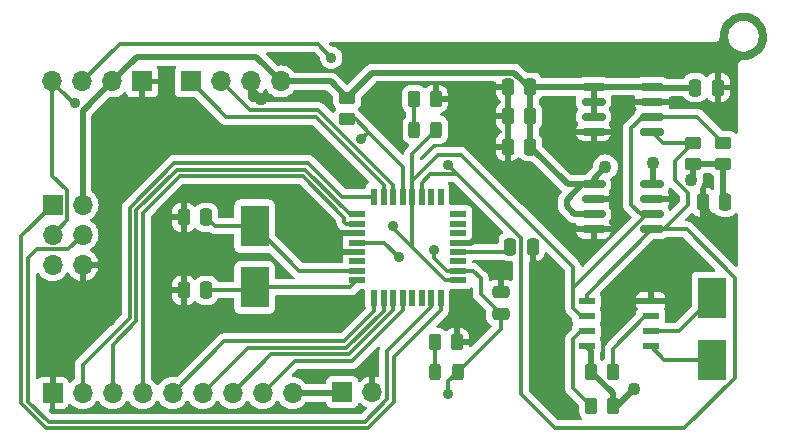
<source format=gtl>
%TF.GenerationSoftware,KiCad,Pcbnew,8.0.8*%
%TF.CreationDate,2025-09-08T13:39:14+03:00*%
%TF.ProjectId,MCU datalogger,4d435520-6461-4746-916c-6f676765722e,rev?*%
%TF.SameCoordinates,Original*%
%TF.FileFunction,Copper,L1,Top*%
%TF.FilePolarity,Positive*%
%FSLAX46Y46*%
G04 Gerber Fmt 4.6, Leading zero omitted, Abs format (unit mm)*
G04 Created by KiCad (PCBNEW 8.0.8) date 2025-09-08 13:39:14*
%MOMM*%
%LPD*%
G01*
G04 APERTURE LIST*
G04 Aperture macros list*
%AMRoundRect*
0 Rectangle with rounded corners*
0 $1 Rounding radius*
0 $2 $3 $4 $5 $6 $7 $8 $9 X,Y pos of 4 corners*
0 Add a 4 corners polygon primitive as box body*
4,1,4,$2,$3,$4,$5,$6,$7,$8,$9,$2,$3,0*
0 Add four circle primitives for the rounded corners*
1,1,$1+$1,$2,$3*
1,1,$1+$1,$4,$5*
1,1,$1+$1,$6,$7*
1,1,$1+$1,$8,$9*
0 Add four rect primitives between the rounded corners*
20,1,$1+$1,$2,$3,$4,$5,0*
20,1,$1+$1,$4,$5,$6,$7,0*
20,1,$1+$1,$6,$7,$8,$9,0*
20,1,$1+$1,$8,$9,$2,$3,0*%
G04 Aperture macros list end*
%TA.AperFunction,SMDPad,CuDef*%
%ADD10RoundRect,0.250000X0.475000X-0.250000X0.475000X0.250000X-0.475000X0.250000X-0.475000X-0.250000X0*%
%TD*%
%TA.AperFunction,SMDPad,CuDef*%
%ADD11RoundRect,0.250000X-0.250000X-0.475000X0.250000X-0.475000X0.250000X0.475000X-0.250000X0.475000X0*%
%TD*%
%TA.AperFunction,SMDPad,CuDef*%
%ADD12R,1.454899X0.532600*%
%TD*%
%TA.AperFunction,SMDPad,CuDef*%
%ADD13RoundRect,0.243750X-0.243750X-0.456250X0.243750X-0.456250X0.243750X0.456250X-0.243750X0.456250X0*%
%TD*%
%TA.AperFunction,SMDPad,CuDef*%
%ADD14RoundRect,0.250000X0.250000X0.475000X-0.250000X0.475000X-0.250000X-0.475000X0.250000X-0.475000X0*%
%TD*%
%TA.AperFunction,SMDPad,CuDef*%
%ADD15R,2.400000X3.500000*%
%TD*%
%TA.AperFunction,ComponentPad*%
%ADD16R,1.700000X1.700000*%
%TD*%
%TA.AperFunction,ComponentPad*%
%ADD17O,1.700000X1.700000*%
%TD*%
%TA.AperFunction,SMDPad,CuDef*%
%ADD18RoundRect,0.250000X-0.262500X-0.450000X0.262500X-0.450000X0.262500X0.450000X-0.262500X0.450000X0*%
%TD*%
%TA.AperFunction,SMDPad,CuDef*%
%ADD19RoundRect,0.250000X0.450000X-0.262500X0.450000X0.262500X-0.450000X0.262500X-0.450000X-0.262500X0*%
%TD*%
%TA.AperFunction,SMDPad,CuDef*%
%ADD20RoundRect,0.250000X0.262500X0.450000X-0.262500X0.450000X-0.262500X-0.450000X0.262500X-0.450000X0*%
%TD*%
%TA.AperFunction,SMDPad,CuDef*%
%ADD21RoundRect,0.150000X-0.825000X-0.150000X0.825000X-0.150000X0.825000X0.150000X-0.825000X0.150000X0*%
%TD*%
%TA.AperFunction,SMDPad,CuDef*%
%ADD22R,1.422400X0.508000*%
%TD*%
%TA.AperFunction,SMDPad,CuDef*%
%ADD23R,0.508000X1.422400*%
%TD*%
%TA.AperFunction,ViaPad*%
%ADD24C,0.900000*%
%TD*%
%TA.AperFunction,ViaPad*%
%ADD25C,1.100000*%
%TD*%
%TA.AperFunction,Conductor*%
%ADD26C,0.500000*%
%TD*%
%TA.AperFunction,Conductor*%
%ADD27C,0.350000*%
%TD*%
G04 APERTURE END LIST*
D10*
%TO.P,C5,1*%
%TO.N,/Vcc*%
X121580000Y-140440000D03*
%TO.P,C5,2*%
%TO.N,GND*%
X121580000Y-138540000D03*
%TD*%
D11*
%TO.P,C2,1*%
%TO.N,Net-(U3-AREF)*%
X122391100Y-134720000D03*
%TO.P,C2,2*%
%TO.N,GND*%
X124291100Y-134720000D03*
%TD*%
D12*
%TO.P,U4,1,X1*%
%TO.N,Net-(U4-X1)*%
X134291348Y-143155000D03*
%TO.P,U4,2,X2*%
%TO.N,Net-(U4-X2)*%
X134291348Y-141885000D03*
%TO.P,U4,3,\u002AINTA*%
%TO.N,/inta*%
X134291348Y-140615000D03*
%TO.P,U4,4,GND*%
%TO.N,GND*%
X134291348Y-139345000D03*
%TO.P,U4,5,SDA*%
%TO.N,/SDA*%
X128848652Y-139345000D03*
%TO.P,U4,6,SCL*%
%TO.N,/SCK*%
X128848652Y-140615000D03*
%TO.P,U4,7,SQW/\u002AINTB*%
%TO.N,Net-(U4-SQW{slash}\u002AINTB)*%
X128848652Y-141885000D03*
%TO.P,U4,8,VCC*%
%TO.N,/Vcc*%
X128848652Y-143155000D03*
%TD*%
D13*
%TO.P,D1,1,K*%
%TO.N,Net-(D1-K)*%
X114252500Y-124810000D03*
%TO.P,D1,2,A*%
%TO.N,/SCK*%
X116127500Y-124810000D03*
%TD*%
D14*
%TO.P,C6,1*%
%TO.N,/Vcc*%
X124060000Y-121210000D03*
%TO.P,C6,2*%
%TO.N,GND*%
X122160000Y-121210000D03*
%TD*%
%TO.P,C3,1*%
%TO.N,Net-(U3-PB7(PCINT7{slash}XTAL2{slash}TOSC2))*%
X96650000Y-138410000D03*
%TO.P,C3,2*%
%TO.N,GND*%
X94750000Y-138410000D03*
%TD*%
D15*
%TO.P,Y1,1,1*%
%TO.N,Net-(U3-PB7(PCINT7{slash}XTAL2{slash}TOSC2))*%
X100730000Y-138180000D03*
%TO.P,Y1,2,2*%
%TO.N,Net-(U3-PB6(PCINT6{slash}XTAL1{slash}TOSC1))*%
X100730000Y-132980000D03*
%TD*%
D16*
%TO.P,J1,1,Pin_1*%
%TO.N,GND*%
X91230000Y-120740000D03*
D17*
%TO.P,J1,2,Pin_2*%
%TO.N,/Vcc*%
X88690000Y-120740000D03*
%TO.P,J1,3,Pin_3*%
%TO.N,/SDA*%
X86150000Y-120740000D03*
%TO.P,J1,4,Pin_4*%
%TO.N,/SCK*%
X83610000Y-120740000D03*
%TD*%
D16*
%TO.P,J2,1,Pin_1*%
%TO.N,/TX*%
X95320000Y-120740000D03*
D17*
%TO.P,J2,2,Pin_2*%
%TO.N,/RX*%
X97860000Y-120740000D03*
%TO.P,J2,3,Pin_3*%
%TO.N,GND*%
X100400000Y-120740000D03*
%TO.P,J2,4,Pin_4*%
%TO.N,/Vcc*%
X102940000Y-120740000D03*
%TD*%
D18*
%TO.P,R1,1*%
%TO.N,/Vcc*%
X129257500Y-145300000D03*
%TO.P,R1,2*%
%TO.N,/inta*%
X131082500Y-145300000D03*
%TD*%
D16*
%TO.P,BT1,1,+*%
%TO.N,/Vcc*%
X108165000Y-147040000D03*
D17*
%TO.P,BT1,2,-*%
%TO.N,GND*%
X110705000Y-147040000D03*
%TD*%
D13*
%TO.P,D2,1,K*%
%TO.N,Net-(D2-K)*%
X116042500Y-145340000D03*
%TO.P,D2,2,A*%
%TO.N,/Vcc*%
X117917500Y-145340000D03*
%TD*%
D11*
%TO.P,C8,1*%
%TO.N,/Vcc*%
X138060000Y-121250000D03*
%TO.P,C8,2*%
%TO.N,GND*%
X139960000Y-121250000D03*
%TD*%
D18*
%TO.P,R7,1*%
%TO.N,Net-(D2-K)*%
X116027500Y-142790000D03*
%TO.P,R7,2*%
%TO.N,GND*%
X117852500Y-142790000D03*
%TD*%
D14*
%TO.P,C1,1*%
%TO.N,/Vcc*%
X124060000Y-123690000D03*
%TO.P,C1,2*%
%TO.N,GND*%
X122160000Y-123690000D03*
%TD*%
D19*
%TO.P,R6,1*%
%TO.N,/RESET*%
X108571100Y-123952500D03*
%TO.P,R6,2*%
%TO.N,/Vcc*%
X108571100Y-122127500D03*
%TD*%
D11*
%TO.P,C4,1*%
%TO.N,GND*%
X94750000Y-132250000D03*
%TO.P,C4,2*%
%TO.N,Net-(U3-PB6(PCINT6{slash}XTAL1{slash}TOSC1))*%
X96650000Y-132250000D03*
%TD*%
D16*
%TO.P,J3,1,Pin_1*%
%TO.N,GND*%
X83630000Y-147110000D03*
D17*
%TO.P,J3,2,Pin_2*%
%TO.N,/D2*%
X86170000Y-147110000D03*
%TO.P,J3,3,Pin_3*%
%TO.N,/D3*%
X88710000Y-147110000D03*
%TO.P,J3,4,Pin_4*%
%TO.N,/D4*%
X91250000Y-147110000D03*
%TO.P,J3,5,Pin_5*%
%TO.N,/D5*%
X93790000Y-147110000D03*
%TO.P,J3,6,Pin_6*%
%TO.N,/D6*%
X96330000Y-147110000D03*
%TO.P,J3,7,Pin_7*%
%TO.N,/D7*%
X98870000Y-147110000D03*
%TO.P,J3,8,Pin_8*%
%TO.N,/D8*%
X101410000Y-147110000D03*
%TO.P,J3,9,Pin_9*%
%TO.N,/Vcc*%
X103950000Y-147110000D03*
%TD*%
D14*
%TO.P,C9,1*%
%TO.N,/Vcc*%
X140590000Y-130950000D03*
%TO.P,C9,2*%
%TO.N,GND*%
X138690000Y-130950000D03*
%TD*%
D20*
%TO.P,R2,1*%
%TO.N,/Vcc*%
X131082500Y-148250000D03*
%TO.P,R2,2*%
%TO.N,Net-(U4-SQW{slash}\u002AINTB)*%
X129257500Y-148250000D03*
%TD*%
D15*
%TO.P,Y2,1,1*%
%TO.N,Net-(U4-X2)*%
X139440000Y-139080000D03*
%TO.P,Y2,2,2*%
%TO.N,Net-(U4-X1)*%
X139440000Y-144280000D03*
%TD*%
D19*
%TO.P,R4,1*%
%TO.N,/Vcc*%
X137830000Y-127742500D03*
%TO.P,R4,2*%
%TO.N,/SDA*%
X137830000Y-125917500D03*
%TD*%
D21*
%TO.P,U1,1,A0*%
%TO.N,/Vcc*%
X129436100Y-129445000D03*
%TO.P,U1,2,A1*%
%TO.N,GND*%
X129436100Y-130715000D03*
%TO.P,U1,3,A2*%
%TO.N,/Vcc*%
X129436100Y-131985000D03*
%TO.P,U1,4,GND*%
%TO.N,GND*%
X129436100Y-133255000D03*
%TO.P,U1,5,SDA*%
%TO.N,/SDA*%
X134386100Y-133255000D03*
%TO.P,U1,6,SCL*%
%TO.N,/SCK*%
X134386100Y-131985000D03*
%TO.P,U1,7,WP*%
%TO.N,GND*%
X134386100Y-130715000D03*
%TO.P,U1,8,VCC*%
%TO.N,/Vcc*%
X134386100Y-129445000D03*
%TD*%
D14*
%TO.P,C7,1*%
%TO.N,/Vcc*%
X124060000Y-126270000D03*
%TO.P,C7,2*%
%TO.N,GND*%
X122160000Y-126270000D03*
%TD*%
D18*
%TO.P,R5,1*%
%TO.N,Net-(D1-K)*%
X114237500Y-122220000D03*
%TO.P,R5,2*%
%TO.N,GND*%
X116062500Y-122220000D03*
%TD*%
D22*
%TO.P,U3,1,PD3(PCINT19/OC2B/INT1)*%
%TO.N,/D3*%
X109413900Y-131980001D03*
%TO.P,U3,2,PD4(PCINT20/XCK/T0)*%
%TO.N,/D4*%
X109413900Y-132779999D03*
%TO.P,U3,3,GND*%
%TO.N,GND*%
X109413900Y-133580000D03*
%TO.P,U3,4,VCC*%
%TO.N,/Vcc*%
X109413900Y-134380001D03*
%TO.P,U3,5,GND*%
%TO.N,GND*%
X109413900Y-135179999D03*
%TO.P,U3,6,VCC*%
%TO.N,unconnected-(U3-VCC-Pad6)*%
X109413900Y-135980000D03*
%TO.P,U3,7,PB6(PCINT6/XTAL1/TOSC1)*%
%TO.N,Net-(U3-PB6(PCINT6{slash}XTAL1{slash}TOSC1))*%
X109413900Y-136779999D03*
%TO.P,U3,8,PB7(PCINT7/XTAL2/TOSC2)*%
%TO.N,Net-(U3-PB7(PCINT7{slash}XTAL2{slash}TOSC2))*%
X109413900Y-137579999D03*
D23*
%TO.P,U3,9,PD5(PCINT21/OC0B/T1)*%
%TO.N,/D5*%
X110881101Y-139047200D03*
%TO.P,U3,10,PD6(PCINT22/OC0A/AIN0)*%
%TO.N,/D6*%
X111681099Y-139047200D03*
%TO.P,U3,11,PD7(PCINT23/AIN1)*%
%TO.N,/D7*%
X112481100Y-139047200D03*
%TO.P,U3,12,PB0(PCINT0/CLKO/ICP1)*%
%TO.N,/D8*%
X113281101Y-139047200D03*
%TO.P,U3,13,PB1(PCINT1/OC1A)*%
%TO.N,unconnected-(U3-PB1(PCINT1{slash}OC1A)-Pad13)*%
X114081099Y-139047200D03*
%TO.P,U3,14,PB2(PCINT2/\u002ASS/OC1B)*%
%TO.N,unconnected-(U3-PB2(PCINT2{slash}\u002ASS{slash}OC1B)-Pad14)*%
X114881100Y-139047200D03*
%TO.P,U3,15,PB3(PCINT3/OC2A/MOSI)*%
%TO.N,/MOSI*%
X115681099Y-139047200D03*
%TO.P,U3,16,PB4(PCINT4/MISO)*%
%TO.N,/MISO*%
X116481099Y-139047200D03*
D22*
%TO.P,U3,17,PB5(SCK/PCINT5)*%
%TO.N,/SCK*%
X117948300Y-137579999D03*
%TO.P,U3,18,AVCC*%
%TO.N,/Vcc*%
X117948300Y-136780001D03*
%TO.P,U3,19,ADC6*%
%TO.N,unconnected-(U3-ADC6-Pad19)*%
X117948300Y-135980000D03*
%TO.P,U3,20,AREF*%
%TO.N,Net-(U3-AREF)*%
X117948300Y-135179999D03*
%TO.P,U3,21,GND*%
%TO.N,GND*%
X117948300Y-134380001D03*
%TO.P,U3,22,ADC7*%
%TO.N,unconnected-(U3-ADC7-Pad22)*%
X117948300Y-133580000D03*
%TO.P,U3,23,PC0(ADC0/PCINT8)*%
%TO.N,unconnected-(U3-PC0(ADC0{slash}PCINT8)-Pad23)*%
X117948300Y-132780001D03*
%TO.P,U3,24,PC1(ADC1/PCINT9)*%
%TO.N,unconnected-(U3-PC1(ADC1{slash}PCINT9)-Pad24)*%
X117948300Y-131980001D03*
D23*
%TO.P,U3,25,PC2(ADC2/PCINT10)*%
%TO.N,unconnected-(U3-PC2(ADC2{slash}PCINT10)-Pad25)*%
X116481099Y-130512800D03*
%TO.P,U3,26,PC3(ADC3/PCINT11)*%
%TO.N,unconnected-(U3-PC3(ADC3{slash}PCINT11)-Pad26)*%
X115681101Y-130512800D03*
%TO.P,U3,27,PC4(ADC4/SDA/PCINT12)*%
%TO.N,/SDA*%
X114881100Y-130512800D03*
%TO.P,U3,28,PC5(ADC5/SCL/PCINT13)*%
%TO.N,/SCK*%
X114081099Y-130512800D03*
%TO.P,U3,29,PC6(\u002ARESET/PCINT14)*%
%TO.N,/RESET*%
X113281101Y-130512800D03*
%TO.P,U3,30,PD0(RXD/PCINT16)*%
%TO.N,/RX*%
X112481100Y-130512800D03*
%TO.P,U3,31,PD1(TXD/PCINT17)*%
%TO.N,/TX*%
X111681101Y-130512800D03*
%TO.P,U3,32,PD2(INT0/PCINT18)*%
%TO.N,/D2*%
X110881101Y-130512800D03*
%TD*%
D16*
%TO.P,J4,1,Pin_1*%
%TO.N,/MISO*%
X83630000Y-131180000D03*
D17*
%TO.P,J4,2,Pin_2*%
%TO.N,/Vcc*%
X86170000Y-131180000D03*
%TO.P,J4,3,Pin_3*%
%TO.N,/SCK*%
X83630000Y-133720000D03*
%TO.P,J4,4,Pin_4*%
%TO.N,/MOSI*%
X86170000Y-133720000D03*
%TO.P,J4,5,Pin_5*%
%TO.N,/RESET*%
X83630000Y-136260000D03*
%TO.P,J4,6,Pin_6*%
%TO.N,GND*%
X86170000Y-136260000D03*
%TD*%
D19*
%TO.P,R3,1*%
%TO.N,/Vcc*%
X140390000Y-127732500D03*
%TO.P,R3,2*%
%TO.N,/SCK*%
X140390000Y-125907500D03*
%TD*%
D21*
%TO.P,U2,1,A0*%
%TO.N,/Vcc*%
X129436100Y-121175000D03*
%TO.P,U2,2,A1*%
X129436100Y-122445000D03*
%TO.P,U2,3,A2*%
X129436100Y-123715000D03*
%TO.P,U2,4,GND*%
%TO.N,GND*%
X129436100Y-124985000D03*
%TO.P,U2,5,SDA*%
%TO.N,/SDA*%
X134386100Y-124985000D03*
%TO.P,U2,6,SCL*%
%TO.N,/SCK*%
X134386100Y-123715000D03*
%TO.P,U2,7,WP*%
%TO.N,GND*%
X134386100Y-122445000D03*
%TO.P,U2,8,VCC*%
%TO.N,/Vcc*%
X134386100Y-121175000D03*
%TD*%
D24*
%TO.N,GND*%
X131000000Y-139550000D03*
X125000000Y-118500000D03*
X106000000Y-141000000D03*
X125050000Y-136720000D03*
X94500000Y-126000000D03*
X88500000Y-139500000D03*
X104500000Y-141000000D03*
D25*
X110770000Y-145220000D03*
X118360000Y-140800000D03*
D24*
X91500000Y-126000000D03*
X127500000Y-126000000D03*
D25*
X120230000Y-133170000D03*
D24*
X103000000Y-141000000D03*
X123500000Y-118500000D03*
X127000000Y-125000000D03*
X140500000Y-133200000D03*
X93000000Y-126000000D03*
D25*
X121570000Y-137030000D03*
D24*
X126000000Y-125000000D03*
D25*
X101260000Y-122215000D03*
X92820000Y-138370000D03*
D24*
X88500000Y-141000000D03*
X124000000Y-130500000D03*
X125000000Y-131500000D03*
D25*
X106880000Y-133490000D03*
D24*
X134500000Y-136500000D03*
X88500000Y-138000000D03*
X126500000Y-118500000D03*
X135500000Y-135500000D03*
X136180000Y-130690000D03*
X137000000Y-135500000D03*
X126000000Y-132500000D03*
D25*
X131160000Y-130740000D03*
D24*
X136500000Y-122500000D03*
X125500000Y-142000000D03*
X125500000Y-145000000D03*
X125500000Y-143500000D03*
%TO.N,/Vcc*%
X112960000Y-135630000D03*
X117130000Y-147230000D03*
D25*
X132850000Y-146800000D03*
X134510000Y-127670000D03*
X137680000Y-129070000D03*
D24*
X115920000Y-135020000D03*
D25*
X130440000Y-127970000D03*
D24*
%TO.N,/SCK*%
X112480000Y-133010000D03*
X85543248Y-122543248D03*
%TO.N,/SDA*%
X107220000Y-118720000D03*
X117110000Y-127790000D03*
%TO.N,/RESET*%
X109743364Y-125636636D03*
%TD*%
D26*
%TO.N,GND*%
X100400000Y-121355000D02*
X101260000Y-122215000D01*
X138690000Y-131390000D02*
X140500000Y-133200000D01*
X83630000Y-147110000D02*
X83630000Y-142570000D01*
X124291100Y-135961100D02*
X125050000Y-136720000D01*
X134386100Y-130715000D02*
X136155000Y-130715000D01*
X133757706Y-122445000D02*
X134386100Y-122445000D01*
X107679999Y-135179999D02*
X106880000Y-134380000D01*
X124291100Y-134720000D02*
X124291100Y-135961100D01*
X119019999Y-134380001D02*
X120230000Y-133170000D01*
X117852500Y-141307500D02*
X118360000Y-140800000D01*
X134291348Y-139345000D02*
X134291348Y-136708652D01*
X109413900Y-133580000D02*
X106970000Y-133580000D01*
X136155000Y-130715000D02*
X136180000Y-130690000D01*
X92860000Y-138410000D02*
X92820000Y-138370000D01*
X136445000Y-122445000D02*
X136500000Y-122500000D01*
X117948300Y-134380001D02*
X119019999Y-134380001D01*
X138690000Y-130950000D02*
X138690000Y-131390000D01*
X86170000Y-140030000D02*
X86170000Y-136260000D01*
X100400000Y-120740000D02*
X100400000Y-121355000D01*
X109413900Y-135179999D02*
X107679999Y-135179999D01*
X134386100Y-122445000D02*
X136445000Y-122445000D01*
X110705000Y-147040000D02*
X110705000Y-145285000D01*
X129436100Y-130715000D02*
X131135000Y-130715000D01*
X121580000Y-137040000D02*
X121570000Y-137030000D01*
X83630000Y-142570000D02*
X86170000Y-140030000D01*
X131135000Y-130715000D02*
X131160000Y-130740000D01*
X134291348Y-136708652D02*
X134500000Y-136500000D01*
X121580000Y-138540000D02*
X121580000Y-137040000D01*
X110705000Y-145285000D02*
X110770000Y-145220000D01*
X106880000Y-134380000D02*
X106880000Y-133490000D01*
X94750000Y-138410000D02*
X94750000Y-139100000D01*
X106970000Y-133580000D02*
X106880000Y-133490000D01*
X94750000Y-138410000D02*
X92860000Y-138410000D01*
X117852500Y-142790000D02*
X117852500Y-141307500D01*
%TO.N,/Vcc*%
X140390000Y-127732500D02*
X140390000Y-130750000D01*
X107183600Y-120740000D02*
X108571100Y-122127500D01*
X129436100Y-129445000D02*
X128461101Y-129445000D01*
X134510000Y-129321100D02*
X134386100Y-129445000D01*
D27*
X117130000Y-147230000D02*
X117130000Y-146127500D01*
X115920000Y-135666900D02*
X117033101Y-136780001D01*
D26*
X129257500Y-143563848D02*
X128848652Y-143155000D01*
X86170000Y-123260000D02*
X88690000Y-120740000D01*
X129436100Y-122445000D02*
X129436100Y-123715000D01*
X108095000Y-147110000D02*
X108165000Y-147040000D01*
D27*
X117033101Y-136780001D02*
X117948300Y-136780001D01*
X111710001Y-134380001D02*
X112960000Y-135630000D01*
D26*
X124060000Y-121210000D02*
X123952588Y-121210000D01*
D27*
X119230001Y-136780001D02*
X117948300Y-136780001D01*
D26*
X129436100Y-121175000D02*
X129436100Y-122445000D01*
X129257500Y-145300000D02*
X129257500Y-143563848D01*
X129436100Y-128973900D02*
X129436100Y-129445000D01*
D27*
X119890000Y-137420000D02*
X119870000Y-137420000D01*
D26*
X127235000Y-129445000D02*
X129436100Y-129445000D01*
X124060000Y-126270000D02*
X127235000Y-129445000D01*
X131082500Y-148250000D02*
X131400000Y-148250000D01*
D27*
X115920000Y-135020000D02*
X115920000Y-135666900D01*
D26*
X134510000Y-127670000D02*
X134510000Y-129321100D01*
D27*
X119870000Y-137420000D02*
X119230001Y-136780001D01*
D26*
X131082500Y-147125000D02*
X129257500Y-145300000D01*
X124060000Y-121210000D02*
X124060000Y-123690000D01*
X129436100Y-121175000D02*
X134386100Y-121175000D01*
X100840000Y-118640000D02*
X102940000Y-120740000D01*
X129401100Y-121210000D02*
X129436100Y-121175000D01*
X124060000Y-121210000D02*
X129401100Y-121210000D01*
X122727588Y-119985000D02*
X110713600Y-119985000D01*
X137830000Y-128920000D02*
X137680000Y-129070000D01*
X131082500Y-148250000D02*
X131082500Y-147125000D01*
X130440000Y-127970000D02*
X129436100Y-128973900D01*
D27*
X121580000Y-141677500D02*
X117917500Y-145340000D01*
D26*
X127815000Y-131985000D02*
X129436100Y-131985000D01*
X127150000Y-130756101D02*
X127150000Y-131320000D01*
X128461101Y-129445000D02*
X127150000Y-130756101D01*
X140390000Y-130750000D02*
X140590000Y-130950000D01*
X138060000Y-121250000D02*
X134461100Y-121250000D01*
X124060000Y-123690000D02*
X124060000Y-126270000D01*
X86170000Y-131180000D02*
X86170000Y-123260000D01*
D27*
X121580000Y-140440000D02*
X121580000Y-141677500D01*
D26*
X103950000Y-147110000D02*
X108095000Y-147110000D01*
X110713600Y-119985000D02*
X108571100Y-122127500D01*
D27*
X121580000Y-140440000D02*
X119890000Y-138750000D01*
D26*
X134461100Y-121250000D02*
X134386100Y-121175000D01*
D27*
X109413900Y-134380001D02*
X111710001Y-134380001D01*
D26*
X131400000Y-148250000D02*
X132850000Y-146800000D01*
X88690000Y-120740000D02*
X90790000Y-118640000D01*
X137830000Y-127742500D02*
X137830000Y-128920000D01*
X140390000Y-127732500D02*
X137840000Y-127732500D01*
X102940000Y-120740000D02*
X107183600Y-120740000D01*
X90790000Y-118640000D02*
X100840000Y-118640000D01*
X127150000Y-131320000D02*
X127815000Y-131985000D01*
D27*
X119890000Y-138750000D02*
X119890000Y-137420000D01*
D26*
X123952588Y-121210000D02*
X122727588Y-119985000D01*
X137840000Y-127732500D02*
X137830000Y-127742500D01*
D27*
X117130000Y-146127500D02*
X117917500Y-145340000D01*
%TO.N,Net-(U3-AREF)*%
X121931101Y-135179999D02*
X117948300Y-135179999D01*
X122391100Y-134720000D02*
X121931101Y-135179999D01*
%TO.N,Net-(U3-PB7(PCINT7{slash}XTAL2{slash}TOSC2))*%
X100500000Y-138410000D02*
X100730000Y-138180000D01*
X100730000Y-138180000D02*
X108813899Y-138180000D01*
X96650000Y-138410000D02*
X100500000Y-138410000D01*
X108813899Y-138180000D02*
X109413900Y-137579999D01*
%TO.N,Net-(U3-PB6(PCINT6{slash}XTAL1{slash}TOSC1))*%
X97380000Y-132980000D02*
X100730000Y-132980000D01*
X100730000Y-132980000D02*
X104529999Y-136779999D01*
X96650000Y-132250000D02*
X97380000Y-132980000D01*
X104529999Y-136779999D02*
X109413900Y-136779999D01*
%TO.N,/SCK*%
X127720000Y-139947497D02*
X127720000Y-138199482D01*
X140390000Y-125907500D02*
X138197500Y-123715000D01*
X84855000Y-129955000D02*
X84855000Y-132495000D01*
X84290000Y-121420000D02*
X83610000Y-120740000D01*
X83610000Y-128710000D02*
X84855000Y-129955000D01*
X133411101Y-131985000D02*
X132620000Y-131193899D01*
X116887100Y-137579999D02*
X114081099Y-134773998D01*
X127720000Y-136462378D02*
X127720000Y-138199482D01*
X114081099Y-134771099D02*
X114081099Y-134773998D01*
X114081099Y-134773998D02*
X114081099Y-130512800D01*
X112480000Y-133170000D02*
X114081099Y-134771099D01*
X134386100Y-131985000D02*
X133411101Y-131985000D01*
X118222622Y-126965000D02*
X127720000Y-136462378D01*
X133595000Y-123715000D02*
X134386100Y-123715000D01*
X117948300Y-137579999D02*
X116887100Y-137579999D01*
X132620000Y-124690000D02*
X133595000Y-123715000D01*
X116296099Y-126965000D02*
X118222622Y-126965000D01*
X128848652Y-140615000D02*
X128387503Y-140615000D01*
X127720000Y-138199482D02*
X133934482Y-131985000D01*
X133934482Y-131985000D02*
X134386100Y-131985000D01*
X114081099Y-126856401D02*
X114081099Y-129180000D01*
X83610000Y-120740000D02*
X83610000Y-128710000D01*
X114081099Y-129180000D02*
X114081099Y-130512800D01*
X112480000Y-133010000D02*
X112480000Y-133170000D01*
X116127500Y-124810000D02*
X114081099Y-126856401D01*
X84855000Y-132495000D02*
X83630000Y-133720000D01*
X114081099Y-129180000D02*
X116296099Y-126965000D01*
X128387503Y-140615000D02*
X127720000Y-139947497D01*
X132620000Y-131193899D02*
X132620000Y-124690000D01*
X85413248Y-122543248D02*
X84290000Y-121420000D01*
X85543248Y-122543248D02*
X85413248Y-122543248D01*
X138197500Y-123715000D02*
X134386100Y-123715000D01*
%TO.N,Net-(D1-K)*%
X114237500Y-122220000D02*
X114237500Y-124795000D01*
X114237500Y-124795000D02*
X114252500Y-124810000D01*
%TO.N,Net-(D2-K)*%
X116042500Y-145340000D02*
X116042500Y-142805000D01*
X116042500Y-142805000D02*
X116027500Y-142790000D01*
%TO.N,/SDA*%
X118153455Y-128866545D02*
X117866910Y-128580000D01*
X126145000Y-150115000D02*
X123266100Y-147236100D01*
X106090000Y-117590000D02*
X107220000Y-118720000D01*
X117866910Y-128580000D02*
X115630000Y-128580000D01*
X135318600Y-125917500D02*
X134386100Y-124985000D01*
X123266100Y-147236100D02*
X123266100Y-133979190D01*
X141400000Y-145835000D02*
X137120000Y-150115000D01*
X123266100Y-133979190D02*
X118153455Y-128866545D01*
X128848652Y-139345000D02*
X128848652Y-138792448D01*
X89300000Y-117590000D02*
X106090000Y-117590000D01*
X137830000Y-125917500D02*
X135318600Y-125917500D01*
X134386100Y-133255000D02*
X137315000Y-133255000D01*
X137315000Y-133255000D02*
X141400000Y-137340000D01*
X136310000Y-129078859D02*
X136310000Y-127437500D01*
X137120000Y-150115000D02*
X126145000Y-150115000D01*
X118153455Y-128833455D02*
X118153455Y-128866545D01*
X115630000Y-128580000D02*
X114881100Y-129328900D01*
X128848652Y-138792448D02*
X134386100Y-133255000D01*
X137430000Y-130198859D02*
X136310000Y-129078859D01*
X86150000Y-120740000D02*
X89300000Y-117590000D01*
X136310000Y-127437500D02*
X137830000Y-125917500D01*
X114881100Y-129328900D02*
X114881100Y-130512800D01*
X137430000Y-131186099D02*
X137430000Y-130198859D01*
X141400000Y-137340000D02*
X141400000Y-145835000D01*
X135361099Y-133255000D02*
X137430000Y-131186099D01*
X134386100Y-133255000D02*
X135361099Y-133255000D01*
X117110000Y-127790000D02*
X118153455Y-128833455D01*
%TO.N,/TX*%
X111681101Y-129518919D02*
X105902182Y-123740000D01*
X98320000Y-123740000D02*
X95320000Y-120740000D01*
X111681101Y-130512800D02*
X111681101Y-129518919D01*
X105902182Y-123740000D02*
X98320000Y-123740000D01*
%TO.N,/RX*%
X100310000Y-123190000D02*
X106130000Y-123190000D01*
X106130000Y-123190000D02*
X112481100Y-129541100D01*
X112481100Y-129541100D02*
X112481100Y-130512800D01*
X97860000Y-120740000D02*
X100310000Y-123190000D01*
%TO.N,/D8*%
X113281101Y-139047200D02*
X113281101Y-140108400D01*
X113281101Y-140108400D02*
X108989501Y-144400000D01*
X108989501Y-144400000D02*
X104120000Y-144400000D01*
X104120000Y-144400000D02*
X101410000Y-147110000D01*
%TO.N,/D4*%
X109413900Y-132779999D02*
X108498698Y-132779999D01*
X104812182Y-128750000D02*
X94387818Y-128750000D01*
X91250000Y-131887818D02*
X91250000Y-147110000D01*
X94387818Y-128750000D02*
X91250000Y-131887818D01*
X108327700Y-132265518D02*
X104812182Y-128750000D01*
X108327700Y-132609001D02*
X108327700Y-132265518D01*
X108498698Y-132779999D02*
X108327700Y-132609001D01*
%TO.N,/D2*%
X90150000Y-140792182D02*
X86170000Y-144772182D01*
X86170000Y-144772182D02*
X86170000Y-147110000D01*
X108130618Y-130512800D02*
X105267818Y-127650000D01*
X110881101Y-130512800D02*
X108130618Y-130512800D01*
X105267818Y-127650000D02*
X93932182Y-127650000D01*
X90150000Y-131432182D02*
X90150000Y-140792182D01*
X93932182Y-127650000D02*
X90150000Y-131432182D01*
%TO.N,/D3*%
X105040000Y-128200000D02*
X94160000Y-128200000D01*
X88710000Y-143010000D02*
X88710000Y-147110000D01*
X90700000Y-141020000D02*
X88710000Y-143010000D01*
X94160000Y-128200000D02*
X90700000Y-131660000D01*
X90700000Y-131660000D02*
X90700000Y-141020000D01*
X108820001Y-131980001D02*
X105040000Y-128200000D01*
X109413900Y-131980001D02*
X108820001Y-131980001D01*
%TO.N,/D7*%
X112481100Y-140108400D02*
X108739500Y-143850000D01*
X112481100Y-139047200D02*
X112481100Y-140108400D01*
X102130000Y-143850000D02*
X98870000Y-147110000D01*
X108739500Y-143850000D02*
X102130000Y-143850000D01*
%TO.N,/D5*%
X110881101Y-140152763D02*
X108300000Y-142733864D01*
X98166136Y-142733864D02*
X93790000Y-147110000D01*
X110881101Y-139047200D02*
X110881101Y-140152763D01*
X108300000Y-142733864D02*
X98166136Y-142733864D01*
%TO.N,/D6*%
X108511682Y-143300000D02*
X100140000Y-143300000D01*
X100140000Y-143300000D02*
X96330000Y-147110000D01*
X111681099Y-140130583D02*
X108511682Y-143300000D01*
X111681099Y-139047200D02*
X111681099Y-140130583D01*
%TO.N,/MISO*%
X80945000Y-133865000D02*
X83630000Y-131180000D01*
X110302818Y-150115000D02*
X83062781Y-150115000D01*
X112530000Y-147887818D02*
X110302818Y-150115000D01*
X116481099Y-139047200D02*
X116481099Y-140108400D01*
X116481099Y-140108400D02*
X112530000Y-144059499D01*
X80945000Y-147997219D02*
X80945000Y-133865000D01*
X112530000Y-144059499D02*
X112530000Y-147887818D01*
X83062781Y-150115000D02*
X80945000Y-147997219D01*
%TO.N,/RESET*%
X108571100Y-123952500D02*
X109292500Y-123952500D01*
X109292500Y-123952500D02*
X110400000Y-125060000D01*
X110400000Y-125060000D02*
X113281101Y-127941101D01*
X109743364Y-125636636D02*
X110320000Y-125060000D01*
X113281101Y-127941101D02*
X113281101Y-130512800D01*
X110320000Y-125060000D02*
X110400000Y-125060000D01*
%TO.N,/MOSI*%
X84945000Y-134945000D02*
X86170000Y-133720000D01*
X81580000Y-147854401D02*
X81580000Y-135690000D01*
X81580000Y-135690000D02*
X82325000Y-134945000D01*
X115681099Y-139047200D02*
X115681099Y-139858901D01*
X111980000Y-143560000D02*
X111980000Y-147660000D01*
X83290599Y-149565000D02*
X81580000Y-147854401D01*
X115681099Y-139858901D02*
X111980000Y-143560000D01*
X111980000Y-147660000D02*
X110075000Y-149565000D01*
X110075000Y-149565000D02*
X83290599Y-149565000D01*
X82325000Y-134945000D02*
X84945000Y-134945000D01*
%TO.N,/inta*%
X131082500Y-143362699D02*
X131082500Y-145300000D01*
X134291348Y-140615000D02*
X133830199Y-140615000D01*
X133830199Y-140615000D02*
X131082500Y-143362699D01*
%TO.N,Net-(U4-SQW{slash}\u002AINTB)*%
X128848652Y-141885000D02*
X128387503Y-141885000D01*
X128387503Y-141885000D02*
X127696203Y-142576300D01*
X127696203Y-146688703D02*
X129257500Y-148250000D01*
X127696203Y-142576300D02*
X127696203Y-146688703D01*
%TO.N,Net-(U4-X2)*%
X136635000Y-141885000D02*
X134291348Y-141885000D01*
X139440000Y-139080000D02*
X136635000Y-141885000D01*
%TO.N,Net-(U4-X1)*%
X135416348Y-144280000D02*
X134291348Y-143155000D01*
X139440000Y-144280000D02*
X135416348Y-144280000D01*
%TD*%
%TA.AperFunction,Conductor*%
%TO.N,GND*%
G36*
X124484139Y-134739685D02*
G01*
X124529894Y-134792489D01*
X124541100Y-134844000D01*
X124541100Y-135944999D01*
X124591072Y-135944999D01*
X124591086Y-135944998D01*
X124693797Y-135934505D01*
X124860219Y-135879358D01*
X124860224Y-135879356D01*
X125009445Y-135787315D01*
X125133415Y-135663345D01*
X125225456Y-135514124D01*
X125225458Y-135514119D01*
X125280605Y-135347697D01*
X125280606Y-135347689D01*
X125288326Y-135272124D01*
X125314721Y-135207432D01*
X125371902Y-135167280D01*
X125441713Y-135164416D01*
X125499365Y-135197044D01*
X127008181Y-136705860D01*
X127041666Y-136767183D01*
X127044500Y-136793541D01*
X127044500Y-140014032D01*
X127070457Y-140144525D01*
X127070459Y-140144533D01*
X127121378Y-140267462D01*
X127121383Y-140267472D01*
X127195304Y-140378102D01*
X127195307Y-140378106D01*
X127584383Y-140767181D01*
X127617868Y-140828504D01*
X127620702Y-140854860D01*
X127620702Y-140929169D01*
X127620703Y-140929176D01*
X127627110Y-140988783D01*
X127677404Y-141123628D01*
X127677408Y-141123635D01*
X127716376Y-141175690D01*
X127740793Y-141241154D01*
X127725941Y-141309427D01*
X127716376Y-141324310D01*
X127677408Y-141376364D01*
X127677404Y-141376371D01*
X127627110Y-141511217D01*
X127624041Y-141539770D01*
X127620703Y-141570823D01*
X127620702Y-141570835D01*
X127620702Y-141645137D01*
X127601017Y-141712176D01*
X127584383Y-141732818D01*
X127171510Y-142145690D01*
X127171507Y-142145694D01*
X127097586Y-142256324D01*
X127097581Y-142256334D01*
X127046662Y-142379263D01*
X127046660Y-142379271D01*
X127025624Y-142485029D01*
X127025624Y-142485032D01*
X127020703Y-142509768D01*
X127020703Y-146755238D01*
X127046660Y-146885731D01*
X127046662Y-146885739D01*
X127097581Y-147008668D01*
X127097586Y-147008678D01*
X127171507Y-147119308D01*
X127171510Y-147119312D01*
X128208181Y-148155982D01*
X128241666Y-148217305D01*
X128244500Y-148243663D01*
X128244500Y-148750001D01*
X128244501Y-148750019D01*
X128255000Y-148852796D01*
X128255001Y-148852799D01*
X128310185Y-149019331D01*
X128310187Y-149019336D01*
X128344999Y-149075776D01*
X128351291Y-149085977D01*
X128402289Y-149168657D01*
X128461451Y-149227819D01*
X128494936Y-149289142D01*
X128489952Y-149358834D01*
X128448080Y-149414767D01*
X128382616Y-149439184D01*
X128373770Y-149439500D01*
X126476163Y-149439500D01*
X126409124Y-149419815D01*
X126388482Y-149403181D01*
X123977919Y-146992618D01*
X123944434Y-146931295D01*
X123941600Y-146904937D01*
X123941600Y-136068998D01*
X123961285Y-136001959D01*
X124014089Y-135956204D01*
X124034289Y-135951809D01*
X124041100Y-135944998D01*
X124041100Y-134844000D01*
X124060785Y-134776961D01*
X124113589Y-134731206D01*
X124165100Y-134720000D01*
X124417100Y-134720000D01*
X124484139Y-134739685D01*
G37*
%TD.AperFunction*%
%TA.AperFunction,Conductor*%
G36*
X83880000Y-148460000D02*
G01*
X84527828Y-148460000D01*
X84527844Y-148459999D01*
X84587372Y-148453598D01*
X84587379Y-148453596D01*
X84722086Y-148403354D01*
X84722093Y-148403350D01*
X84837187Y-148317190D01*
X84837190Y-148317187D01*
X84923350Y-148202093D01*
X84923354Y-148202086D01*
X84972422Y-148070529D01*
X85014293Y-148014595D01*
X85079757Y-147990178D01*
X85148030Y-148005030D01*
X85176285Y-148026181D01*
X85298599Y-148148495D01*
X85392304Y-148214108D01*
X85492165Y-148284032D01*
X85492167Y-148284033D01*
X85492170Y-148284035D01*
X85706337Y-148383903D01*
X85706343Y-148383904D01*
X85706344Y-148383905D01*
X85741109Y-148393220D01*
X85934592Y-148445063D01*
X86122918Y-148461539D01*
X86169999Y-148465659D01*
X86170000Y-148465659D01*
X86170001Y-148465659D01*
X86209234Y-148462226D01*
X86405408Y-148445063D01*
X86633663Y-148383903D01*
X86847830Y-148284035D01*
X87041401Y-148148495D01*
X87208495Y-147981401D01*
X87338425Y-147795842D01*
X87393002Y-147752217D01*
X87462500Y-147745023D01*
X87524855Y-147776546D01*
X87541575Y-147795842D01*
X87664395Y-147971248D01*
X87671505Y-147981401D01*
X87838599Y-148148495D01*
X87932304Y-148214108D01*
X88032165Y-148284032D01*
X88032167Y-148284033D01*
X88032170Y-148284035D01*
X88246337Y-148383903D01*
X88246343Y-148383904D01*
X88246344Y-148383905D01*
X88281109Y-148393220D01*
X88474592Y-148445063D01*
X88662918Y-148461539D01*
X88709999Y-148465659D01*
X88710000Y-148465659D01*
X88710001Y-148465659D01*
X88749234Y-148462226D01*
X88945408Y-148445063D01*
X89173663Y-148383903D01*
X89387830Y-148284035D01*
X89581401Y-148148495D01*
X89748495Y-147981401D01*
X89878425Y-147795842D01*
X89933002Y-147752217D01*
X90002500Y-147745023D01*
X90064855Y-147776546D01*
X90081575Y-147795842D01*
X90204395Y-147971248D01*
X90211505Y-147981401D01*
X90378599Y-148148495D01*
X90472304Y-148214108D01*
X90572165Y-148284032D01*
X90572167Y-148284033D01*
X90572170Y-148284035D01*
X90786337Y-148383903D01*
X90786343Y-148383904D01*
X90786344Y-148383905D01*
X90821109Y-148393220D01*
X91014592Y-148445063D01*
X91202918Y-148461539D01*
X91249999Y-148465659D01*
X91250000Y-148465659D01*
X91250001Y-148465659D01*
X91289234Y-148462226D01*
X91485408Y-148445063D01*
X91713663Y-148383903D01*
X91927830Y-148284035D01*
X92121401Y-148148495D01*
X92288495Y-147981401D01*
X92418425Y-147795842D01*
X92473002Y-147752217D01*
X92542500Y-147745023D01*
X92604855Y-147776546D01*
X92621575Y-147795842D01*
X92744395Y-147971248D01*
X92751505Y-147981401D01*
X92918599Y-148148495D01*
X93012304Y-148214108D01*
X93112165Y-148284032D01*
X93112167Y-148284033D01*
X93112170Y-148284035D01*
X93326337Y-148383903D01*
X93326343Y-148383904D01*
X93326344Y-148383905D01*
X93361109Y-148393220D01*
X93554592Y-148445063D01*
X93742918Y-148461539D01*
X93789999Y-148465659D01*
X93790000Y-148465659D01*
X93790001Y-148465659D01*
X93829234Y-148462226D01*
X94025408Y-148445063D01*
X94253663Y-148383903D01*
X94467830Y-148284035D01*
X94661401Y-148148495D01*
X94828495Y-147981401D01*
X94958425Y-147795842D01*
X95013002Y-147752217D01*
X95082500Y-147745023D01*
X95144855Y-147776546D01*
X95161575Y-147795842D01*
X95284395Y-147971248D01*
X95291505Y-147981401D01*
X95458599Y-148148495D01*
X95552304Y-148214108D01*
X95652165Y-148284032D01*
X95652167Y-148284033D01*
X95652170Y-148284035D01*
X95866337Y-148383903D01*
X95866343Y-148383904D01*
X95866344Y-148383905D01*
X95901109Y-148393220D01*
X96094592Y-148445063D01*
X96282918Y-148461539D01*
X96329999Y-148465659D01*
X96330000Y-148465659D01*
X96330001Y-148465659D01*
X96369234Y-148462226D01*
X96565408Y-148445063D01*
X96793663Y-148383903D01*
X97007830Y-148284035D01*
X97201401Y-148148495D01*
X97368495Y-147981401D01*
X97498425Y-147795842D01*
X97553002Y-147752217D01*
X97622500Y-147745023D01*
X97684855Y-147776546D01*
X97701575Y-147795842D01*
X97824395Y-147971248D01*
X97831505Y-147981401D01*
X97998599Y-148148495D01*
X98092304Y-148214108D01*
X98192165Y-148284032D01*
X98192167Y-148284033D01*
X98192170Y-148284035D01*
X98406337Y-148383903D01*
X98406343Y-148383904D01*
X98406344Y-148383905D01*
X98441109Y-148393220D01*
X98634592Y-148445063D01*
X98822918Y-148461539D01*
X98869999Y-148465659D01*
X98870000Y-148465659D01*
X98870001Y-148465659D01*
X98909234Y-148462226D01*
X99105408Y-148445063D01*
X99333663Y-148383903D01*
X99547830Y-148284035D01*
X99741401Y-148148495D01*
X99908495Y-147981401D01*
X100038425Y-147795842D01*
X100093002Y-147752217D01*
X100162500Y-147745023D01*
X100224855Y-147776546D01*
X100241575Y-147795842D01*
X100364395Y-147971248D01*
X100371505Y-147981401D01*
X100538599Y-148148495D01*
X100632304Y-148214108D01*
X100732165Y-148284032D01*
X100732167Y-148284033D01*
X100732170Y-148284035D01*
X100946337Y-148383903D01*
X100946343Y-148383904D01*
X100946344Y-148383905D01*
X100981109Y-148393220D01*
X101174592Y-148445063D01*
X101362918Y-148461539D01*
X101409999Y-148465659D01*
X101410000Y-148465659D01*
X101410001Y-148465659D01*
X101449234Y-148462226D01*
X101645408Y-148445063D01*
X101873663Y-148383903D01*
X102087830Y-148284035D01*
X102281401Y-148148495D01*
X102448495Y-147981401D01*
X102578425Y-147795842D01*
X102633002Y-147752217D01*
X102702500Y-147745023D01*
X102764855Y-147776546D01*
X102781575Y-147795842D01*
X102904395Y-147971248D01*
X102911505Y-147981401D01*
X103078599Y-148148495D01*
X103172304Y-148214108D01*
X103272165Y-148284032D01*
X103272167Y-148284033D01*
X103272170Y-148284035D01*
X103486337Y-148383903D01*
X103486343Y-148383904D01*
X103486344Y-148383905D01*
X103521109Y-148393220D01*
X103714592Y-148445063D01*
X103902918Y-148461539D01*
X103949999Y-148465659D01*
X103950000Y-148465659D01*
X103950001Y-148465659D01*
X103989234Y-148462226D01*
X104185408Y-148445063D01*
X104413663Y-148383903D01*
X104627830Y-148284035D01*
X104821401Y-148148495D01*
X104988495Y-147981401D01*
X105036127Y-147913376D01*
X105090704Y-147869751D01*
X105137701Y-147860500D01*
X106694799Y-147860500D01*
X106761838Y-147880185D01*
X106807593Y-147932989D01*
X106818089Y-147971248D01*
X106820908Y-147997483D01*
X106871202Y-148132328D01*
X106871206Y-148132335D01*
X106957452Y-148247544D01*
X106957455Y-148247547D01*
X107072664Y-148333793D01*
X107072671Y-148333797D01*
X107207517Y-148384091D01*
X107207516Y-148384091D01*
X107214444Y-148384835D01*
X107267127Y-148390500D01*
X109062872Y-148390499D01*
X109122483Y-148384091D01*
X109257331Y-148333796D01*
X109372546Y-148247546D01*
X109458796Y-148132331D01*
X109508002Y-148000401D01*
X109549872Y-147944468D01*
X109615337Y-147920050D01*
X109683610Y-147934901D01*
X109711865Y-147956053D01*
X109833917Y-148078105D01*
X110027421Y-148213600D01*
X110169504Y-148279854D01*
X110221943Y-148326026D01*
X110241095Y-148393220D01*
X110220879Y-148460101D01*
X110204780Y-148479917D01*
X109831518Y-148853181D01*
X109770195Y-148886666D01*
X109743837Y-148889500D01*
X83621762Y-148889500D01*
X83554723Y-148869815D01*
X83534081Y-148853181D01*
X83348131Y-148667231D01*
X83314646Y-148605908D01*
X83319630Y-148536216D01*
X83348131Y-148491869D01*
X83380000Y-148460000D01*
X83380000Y-147543012D01*
X83437007Y-147575925D01*
X83564174Y-147610000D01*
X83695826Y-147610000D01*
X83822993Y-147575925D01*
X83880000Y-147543012D01*
X83880000Y-148460000D01*
G37*
%TD.AperFunction*%
%TA.AperFunction,Conductor*%
G36*
X94038038Y-119410185D02*
G01*
X94083793Y-119462989D01*
X94093737Y-119532147D01*
X94070265Y-119588810D01*
X94050238Y-119615562D01*
X94026204Y-119647668D01*
X94026202Y-119647671D01*
X93975908Y-119782517D01*
X93969501Y-119842116D01*
X93969500Y-119842135D01*
X93969500Y-121637870D01*
X93969501Y-121637876D01*
X93975908Y-121697483D01*
X94026202Y-121832328D01*
X94026206Y-121832335D01*
X94112452Y-121947544D01*
X94112455Y-121947547D01*
X94227664Y-122033793D01*
X94227671Y-122033797D01*
X94362517Y-122084091D01*
X94362516Y-122084091D01*
X94369444Y-122084835D01*
X94422127Y-122090500D01*
X95663836Y-122090499D01*
X95730875Y-122110184D01*
X95751517Y-122126818D01*
X97795305Y-124170606D01*
X97889394Y-124264695D01*
X97889397Y-124264697D01*
X97889398Y-124264698D01*
X98000020Y-124338613D01*
X98000024Y-124338615D01*
X98000031Y-124338620D01*
X98036037Y-124353534D01*
X98122964Y-124389541D01*
X98226749Y-124410185D01*
X98253464Y-124415499D01*
X98253468Y-124415500D01*
X98253469Y-124415500D01*
X105571019Y-124415500D01*
X105638058Y-124435185D01*
X105658700Y-124451819D01*
X110386471Y-129179590D01*
X110419956Y-129240913D01*
X110414972Y-129310605D01*
X110373102Y-129366537D01*
X110269553Y-129444055D01*
X110183307Y-129559264D01*
X110183303Y-129559271D01*
X110133009Y-129694116D01*
X110129522Y-129726556D01*
X110102784Y-129791107D01*
X110045391Y-129830955D01*
X110006233Y-129837300D01*
X108461781Y-129837300D01*
X108394742Y-129817615D01*
X108374100Y-129800981D01*
X105698427Y-127125307D01*
X105698423Y-127125304D01*
X105587793Y-127051383D01*
X105587783Y-127051378D01*
X105464854Y-127000459D01*
X105464846Y-127000457D01*
X105334353Y-126974500D01*
X105334349Y-126974500D01*
X93998713Y-126974500D01*
X93865651Y-126974500D01*
X93865649Y-126974500D01*
X93735151Y-127000458D01*
X93735141Y-127000461D01*
X93612220Y-127051376D01*
X93612202Y-127051386D01*
X93501580Y-127125301D01*
X93501572Y-127125307D01*
X89625307Y-131001572D01*
X89625304Y-131001576D01*
X89551383Y-131112206D01*
X89551378Y-131112216D01*
X89500459Y-131235145D01*
X89500457Y-131235153D01*
X89479791Y-131339051D01*
X89479791Y-131339053D01*
X89477145Y-131352352D01*
X89474500Y-131365650D01*
X89474500Y-140461018D01*
X89454815Y-140528057D01*
X89438181Y-140548699D01*
X85645307Y-144341572D01*
X85645304Y-144341576D01*
X85571383Y-144452206D01*
X85571378Y-144452216D01*
X85520459Y-144575145D01*
X85520457Y-144575153D01*
X85497522Y-144690457D01*
X85497522Y-144690461D01*
X85494500Y-144705651D01*
X85494500Y-145869783D01*
X85474815Y-145936822D01*
X85441624Y-145971358D01*
X85298597Y-146071505D01*
X85176284Y-146193819D01*
X85114961Y-146227303D01*
X85045269Y-146222319D01*
X84989336Y-146180447D01*
X84972421Y-146149470D01*
X84923354Y-146017913D01*
X84923350Y-146017906D01*
X84837190Y-145902812D01*
X84837187Y-145902809D01*
X84722093Y-145816649D01*
X84722086Y-145816645D01*
X84587379Y-145766403D01*
X84587372Y-145766401D01*
X84527844Y-145760000D01*
X83880000Y-145760000D01*
X83880000Y-146676988D01*
X83822993Y-146644075D01*
X83695826Y-146610000D01*
X83564174Y-146610000D01*
X83437007Y-146644075D01*
X83380000Y-146676988D01*
X83380000Y-145760000D01*
X82732155Y-145760000D01*
X82672627Y-145766401D01*
X82672620Y-145766403D01*
X82537913Y-145816645D01*
X82537910Y-145816647D01*
X82453811Y-145879604D01*
X82388347Y-145904021D01*
X82320074Y-145889169D01*
X82270668Y-145839764D01*
X82255500Y-145780337D01*
X82255500Y-137044814D01*
X82275185Y-136977775D01*
X82327989Y-136932020D01*
X82397147Y-136922076D01*
X82460703Y-136951101D01*
X82481075Y-136973691D01*
X82591281Y-137131082D01*
X82591505Y-137131401D01*
X82758599Y-137298495D01*
X82837106Y-137353466D01*
X82952165Y-137434032D01*
X82952167Y-137434033D01*
X82952170Y-137434035D01*
X83166337Y-137533903D01*
X83166343Y-137533904D01*
X83166344Y-137533905D01*
X83189095Y-137540001D01*
X83394592Y-137595063D01*
X83571034Y-137610500D01*
X83629999Y-137615659D01*
X83630000Y-137615659D01*
X83630001Y-137615659D01*
X83688966Y-137610500D01*
X83865408Y-137595063D01*
X84093663Y-137533903D01*
X84307830Y-137434035D01*
X84501401Y-137298495D01*
X84668495Y-137131401D01*
X84798730Y-136945405D01*
X84853307Y-136901781D01*
X84922805Y-136894587D01*
X84985160Y-136926110D01*
X85001879Y-136945405D01*
X85131890Y-137131078D01*
X85298917Y-137298105D01*
X85492421Y-137433600D01*
X85706507Y-137533429D01*
X85706516Y-137533433D01*
X85920000Y-137590634D01*
X85920000Y-136693012D01*
X85977007Y-136725925D01*
X86104174Y-136760000D01*
X86235826Y-136760000D01*
X86362993Y-136725925D01*
X86420000Y-136693012D01*
X86420000Y-137590633D01*
X86633483Y-137533433D01*
X86633492Y-137533429D01*
X86847578Y-137433600D01*
X87041082Y-137298105D01*
X87208105Y-137131082D01*
X87343600Y-136937578D01*
X87443429Y-136723492D01*
X87443432Y-136723486D01*
X87500636Y-136510000D01*
X86603012Y-136510000D01*
X86635925Y-136452993D01*
X86670000Y-136325826D01*
X86670000Y-136194174D01*
X86635925Y-136067007D01*
X86603012Y-136010000D01*
X87500636Y-136010000D01*
X87500635Y-136009999D01*
X87443432Y-135796513D01*
X87443429Y-135796507D01*
X87343600Y-135582422D01*
X87343599Y-135582420D01*
X87208113Y-135388926D01*
X87208108Y-135388920D01*
X87041078Y-135221890D01*
X86855405Y-135091879D01*
X86811780Y-135037302D01*
X86804588Y-134967804D01*
X86836110Y-134905449D01*
X86855406Y-134888730D01*
X86919287Y-134844000D01*
X87041401Y-134758495D01*
X87208495Y-134591401D01*
X87344035Y-134397830D01*
X87443903Y-134183663D01*
X87505063Y-133955408D01*
X87525659Y-133720000D01*
X87525484Y-133718005D01*
X87516542Y-133615797D01*
X87505063Y-133484592D01*
X87449742Y-133278127D01*
X87443905Y-133256344D01*
X87443904Y-133256343D01*
X87443903Y-133256337D01*
X87344035Y-133042171D01*
X87318007Y-133004998D01*
X87208494Y-132848597D01*
X87041402Y-132681506D01*
X87041396Y-132681501D01*
X86855842Y-132551575D01*
X86812217Y-132496998D01*
X86805023Y-132427500D01*
X86836546Y-132365145D01*
X86855842Y-132348425D01*
X86950888Y-132281873D01*
X87041401Y-132218495D01*
X87208495Y-132051401D01*
X87344035Y-131857830D01*
X87443903Y-131643663D01*
X87505063Y-131415408D01*
X87525659Y-131180000D01*
X87505063Y-130944592D01*
X87443903Y-130716337D01*
X87344035Y-130502171D01*
X87327573Y-130478660D01*
X87208494Y-130308597D01*
X87041404Y-130141507D01*
X86973375Y-130093872D01*
X86929751Y-130039294D01*
X86920500Y-129992298D01*
X86920500Y-123622228D01*
X86940185Y-123555189D01*
X86956814Y-123534552D01*
X88378498Y-122112867D01*
X88439819Y-122079384D01*
X88476983Y-122077022D01*
X88616449Y-122089224D01*
X88689999Y-122095659D01*
X88690000Y-122095659D01*
X88690001Y-122095659D01*
X88748966Y-122090500D01*
X88925408Y-122075063D01*
X89153663Y-122013903D01*
X89367830Y-121914035D01*
X89561401Y-121778495D01*
X89683717Y-121656178D01*
X89745036Y-121622696D01*
X89814728Y-121627680D01*
X89870662Y-121669551D01*
X89887577Y-121700528D01*
X89936646Y-121832088D01*
X89936649Y-121832093D01*
X90022809Y-121947187D01*
X90022812Y-121947190D01*
X90137906Y-122033350D01*
X90137913Y-122033354D01*
X90272620Y-122083596D01*
X90272627Y-122083598D01*
X90332155Y-122089999D01*
X90332172Y-122090000D01*
X90980000Y-122090000D01*
X90980000Y-121173012D01*
X91037007Y-121205925D01*
X91164174Y-121240000D01*
X91295826Y-121240000D01*
X91422993Y-121205925D01*
X91480000Y-121173012D01*
X91480000Y-122090000D01*
X92127828Y-122090000D01*
X92127844Y-122089999D01*
X92187372Y-122083598D01*
X92187379Y-122083596D01*
X92322086Y-122033354D01*
X92322093Y-122033350D01*
X92437187Y-121947190D01*
X92437190Y-121947187D01*
X92523350Y-121832093D01*
X92523354Y-121832086D01*
X92573596Y-121697379D01*
X92573598Y-121697372D01*
X92579999Y-121637844D01*
X92580000Y-121637827D01*
X92580000Y-120990000D01*
X91663012Y-120990000D01*
X91695925Y-120932993D01*
X91730000Y-120805826D01*
X91730000Y-120674174D01*
X91695925Y-120547007D01*
X91663012Y-120490000D01*
X92580000Y-120490000D01*
X92580000Y-119842172D01*
X92579999Y-119842155D01*
X92573598Y-119782627D01*
X92573596Y-119782620D01*
X92523354Y-119647913D01*
X92523352Y-119647910D01*
X92479111Y-119588812D01*
X92454693Y-119523348D01*
X92469544Y-119455074D01*
X92518949Y-119405669D01*
X92578377Y-119390500D01*
X93970999Y-119390500D01*
X94038038Y-119410185D01*
G37*
%TD.AperFunction*%
%TA.AperFunction,Conductor*%
G36*
X111267183Y-143180133D02*
G01*
X111323116Y-143222005D01*
X111347533Y-143287469D01*
X111338411Y-143343766D01*
X111330459Y-143362962D01*
X111330459Y-143362964D01*
X111310983Y-143460879D01*
X111310983Y-143460880D01*
X111304500Y-143493468D01*
X111304500Y-145641412D01*
X111284815Y-145708451D01*
X111232011Y-145754206D01*
X111162853Y-145764150D01*
X111148406Y-145761187D01*
X110955000Y-145709364D01*
X110955000Y-146606988D01*
X110897993Y-146574075D01*
X110770826Y-146540000D01*
X110639174Y-146540000D01*
X110512007Y-146574075D01*
X110455000Y-146606988D01*
X110455000Y-145709364D01*
X110454999Y-145709364D01*
X110241513Y-145766567D01*
X110241507Y-145766570D01*
X110027422Y-145866399D01*
X110027420Y-145866400D01*
X109833926Y-146001886D01*
X109711865Y-146123947D01*
X109650542Y-146157431D01*
X109580850Y-146152447D01*
X109524917Y-146110575D01*
X109508002Y-146079598D01*
X109507358Y-146077872D01*
X109479018Y-146001886D01*
X109458797Y-145947671D01*
X109458793Y-145947664D01*
X109372547Y-145832455D01*
X109372544Y-145832452D01*
X109257335Y-145746206D01*
X109257328Y-145746202D01*
X109122482Y-145695908D01*
X109122483Y-145695908D01*
X109062883Y-145689501D01*
X109062881Y-145689500D01*
X109062873Y-145689500D01*
X109062864Y-145689500D01*
X107267129Y-145689500D01*
X107267123Y-145689501D01*
X107207516Y-145695908D01*
X107072671Y-145746202D01*
X107072664Y-145746206D01*
X106957455Y-145832452D01*
X106957452Y-145832455D01*
X106871206Y-145947664D01*
X106871202Y-145947671D01*
X106820908Y-146082517D01*
X106814501Y-146142116D01*
X106814500Y-146142135D01*
X106814500Y-146235500D01*
X106794815Y-146302539D01*
X106742011Y-146348294D01*
X106690500Y-146359500D01*
X105137701Y-146359500D01*
X105070662Y-146339815D01*
X105036126Y-146306623D01*
X104988494Y-146238597D01*
X104821402Y-146071506D01*
X104821395Y-146071501D01*
X104627834Y-145935967D01*
X104627830Y-145935965D01*
X104598562Y-145922317D01*
X104413663Y-145836097D01*
X104413659Y-145836096D01*
X104413655Y-145836094D01*
X104185413Y-145774938D01*
X104185403Y-145774936D01*
X104004291Y-145759090D01*
X103939222Y-145733637D01*
X103898244Y-145677046D01*
X103894366Y-145607284D01*
X103927416Y-145547883D01*
X104363482Y-145111819D01*
X104424805Y-145078334D01*
X104451163Y-145075500D01*
X109056033Y-145075500D01*
X109056034Y-145075499D01*
X109186537Y-145049541D01*
X109309470Y-144998620D01*
X109420107Y-144924695D01*
X111136168Y-143208634D01*
X111197491Y-143175149D01*
X111267183Y-143180133D01*
G37*
%TD.AperFunction*%
%TA.AperFunction,Conductor*%
G36*
X104548058Y-129445185D02*
G01*
X104568700Y-129461819D01*
X107615881Y-132509000D01*
X107649366Y-132570323D01*
X107652200Y-132596681D01*
X107652200Y-132675536D01*
X107678157Y-132806029D01*
X107678159Y-132806037D01*
X107729078Y-132928966D01*
X107729083Y-132928976D01*
X107803004Y-133039606D01*
X107803007Y-133039610D01*
X107974003Y-133210605D01*
X108068092Y-133304694D01*
X108068095Y-133304696D01*
X108068096Y-133304697D01*
X108178726Y-133378618D01*
X108178730Y-133378620D01*
X108209939Y-133391547D01*
X108209940Y-133391547D01*
X108301662Y-133429540D01*
X108402419Y-133449581D01*
X108452536Y-133471931D01*
X108460369Y-133477795D01*
X108460370Y-133477795D01*
X108464297Y-133480735D01*
X108506166Y-133536671D01*
X108511147Y-133606363D01*
X108477659Y-133667684D01*
X108464294Y-133679265D01*
X108345154Y-133768454D01*
X108345150Y-133768458D01*
X108336280Y-133780309D01*
X108280347Y-133822181D01*
X108237012Y-133830000D01*
X108202700Y-133830000D01*
X108202700Y-133881844D01*
X108209101Y-133941372D01*
X108210887Y-133948930D01*
X108208056Y-133949598D01*
X108212061Y-134005653D01*
X108209948Y-134012848D01*
X108208608Y-134018521D01*
X108202201Y-134078118D01*
X108202200Y-134078137D01*
X108202200Y-134681871D01*
X108202201Y-134681877D01*
X108208609Y-134741488D01*
X108210392Y-134749032D01*
X108207955Y-134749607D01*
X108212059Y-134807088D01*
X108210872Y-134811132D01*
X108209101Y-134818626D01*
X108202700Y-134878154D01*
X108202700Y-134929999D01*
X108237009Y-134929999D01*
X108304048Y-134949684D01*
X108336275Y-134979687D01*
X108345150Y-134991543D01*
X108345152Y-134991545D01*
X108345154Y-134991547D01*
X108345157Y-134991549D01*
X108464291Y-135080734D01*
X108506162Y-135136668D01*
X108511146Y-135206359D01*
X108477660Y-135267682D01*
X108464292Y-135279266D01*
X108345154Y-135368453D01*
X108345150Y-135368457D01*
X108336280Y-135380308D01*
X108280347Y-135422180D01*
X108237012Y-135429999D01*
X108202700Y-135429999D01*
X108202700Y-135481843D01*
X108209101Y-135541371D01*
X108210887Y-135548929D01*
X108208056Y-135549597D01*
X108212061Y-135605652D01*
X108209948Y-135612847D01*
X108208608Y-135618520D01*
X108207374Y-135630000D01*
X108202200Y-135678127D01*
X108202200Y-135879814D01*
X108202201Y-135980499D01*
X108182517Y-136047538D01*
X108129713Y-136093293D01*
X108078201Y-136104499D01*
X104861162Y-136104499D01*
X104794123Y-136084814D01*
X104773481Y-136068180D01*
X102466818Y-133761517D01*
X102433333Y-133700194D01*
X102430499Y-133673836D01*
X102430499Y-131182129D01*
X102430498Y-131182123D01*
X102430497Y-131182116D01*
X102425299Y-131133757D01*
X102424091Y-131122516D01*
X102373797Y-130987671D01*
X102373793Y-130987664D01*
X102287547Y-130872455D01*
X102287544Y-130872452D01*
X102172335Y-130786206D01*
X102172328Y-130786202D01*
X102037482Y-130735908D01*
X102037483Y-130735908D01*
X101977883Y-130729501D01*
X101977881Y-130729500D01*
X101977873Y-130729500D01*
X101977864Y-130729500D01*
X99482129Y-130729500D01*
X99482123Y-130729501D01*
X99422516Y-130735908D01*
X99287671Y-130786202D01*
X99287664Y-130786206D01*
X99172455Y-130872452D01*
X99172452Y-130872455D01*
X99086206Y-130987664D01*
X99086202Y-130987671D01*
X99035908Y-131122517D01*
X99029501Y-131182116D01*
X99029501Y-131182123D01*
X99029500Y-131182135D01*
X99029500Y-132180500D01*
X99009815Y-132247539D01*
X98957011Y-132293294D01*
X98905500Y-132304500D01*
X97774499Y-132304500D01*
X97707460Y-132284815D01*
X97661705Y-132232011D01*
X97650499Y-132180500D01*
X97650499Y-131724998D01*
X97650498Y-131724981D01*
X97639999Y-131622203D01*
X97639998Y-131622200D01*
X97624227Y-131574606D01*
X97584814Y-131455666D01*
X97492712Y-131306344D01*
X97368656Y-131182288D01*
X97219334Y-131090186D01*
X97052797Y-131035001D01*
X97052795Y-131035000D01*
X96950010Y-131024500D01*
X96349998Y-131024500D01*
X96349980Y-131024501D01*
X96247203Y-131035000D01*
X96247200Y-131035001D01*
X96080668Y-131090185D01*
X96080663Y-131090187D01*
X95931342Y-131182289D01*
X95807288Y-131306343D01*
X95807283Y-131306349D01*
X95805241Y-131309661D01*
X95803247Y-131311453D01*
X95802807Y-131312011D01*
X95802711Y-131311935D01*
X95753291Y-131356383D01*
X95684328Y-131367602D01*
X95620247Y-131339755D01*
X95594168Y-131309656D01*
X95592319Y-131306659D01*
X95592316Y-131306655D01*
X95468345Y-131182684D01*
X95319124Y-131090643D01*
X95319119Y-131090641D01*
X95152697Y-131035494D01*
X95152690Y-131035493D01*
X95049986Y-131025000D01*
X95000000Y-131025000D01*
X95000000Y-133474999D01*
X95049972Y-133474999D01*
X95049986Y-133474998D01*
X95152697Y-133464505D01*
X95319119Y-133409358D01*
X95319124Y-133409356D01*
X95468345Y-133317315D01*
X95592318Y-133193342D01*
X95594165Y-133190348D01*
X95595969Y-133188724D01*
X95596798Y-133187677D01*
X95596976Y-133187818D01*
X95646110Y-133143621D01*
X95715073Y-133132396D01*
X95779156Y-133160236D01*
X95805243Y-133190341D01*
X95807288Y-133193656D01*
X95931344Y-133317712D01*
X96080666Y-133409814D01*
X96247203Y-133464999D01*
X96349991Y-133475500D01*
X96869450Y-133475499D01*
X96936489Y-133495183D01*
X96948113Y-133503644D01*
X96949394Y-133504695D01*
X97060024Y-133578616D01*
X97060028Y-133578618D01*
X97060031Y-133578620D01*
X97182964Y-133629541D01*
X97297316Y-133652287D01*
X97313464Y-133655499D01*
X97313468Y-133655500D01*
X97313469Y-133655500D01*
X97446531Y-133655500D01*
X98905501Y-133655500D01*
X98972540Y-133675185D01*
X99018295Y-133727989D01*
X99029501Y-133779500D01*
X99029501Y-134777876D01*
X99035908Y-134837483D01*
X99086202Y-134972328D01*
X99086206Y-134972335D01*
X99172452Y-135087544D01*
X99172455Y-135087547D01*
X99287664Y-135173793D01*
X99287671Y-135173797D01*
X99422517Y-135224091D01*
X99422516Y-135224091D01*
X99429444Y-135224835D01*
X99482127Y-135230500D01*
X101973836Y-135230499D01*
X102040875Y-135250184D01*
X102061517Y-135266818D01*
X104005304Y-137210605D01*
X104072821Y-137278122D01*
X104087518Y-137292819D01*
X104121002Y-137354143D01*
X104116018Y-137423834D01*
X104074146Y-137479768D01*
X104008681Y-137504184D01*
X103999836Y-137504500D01*
X102554499Y-137504500D01*
X102487460Y-137484815D01*
X102441705Y-137432011D01*
X102430499Y-137380500D01*
X102430499Y-136382129D01*
X102430498Y-136382123D01*
X102430497Y-136382116D01*
X102424091Y-136322517D01*
X102421226Y-136314836D01*
X102373797Y-136187671D01*
X102373793Y-136187664D01*
X102287547Y-136072455D01*
X102287544Y-136072452D01*
X102172335Y-135986206D01*
X102172328Y-135986202D01*
X102037482Y-135935908D01*
X102037483Y-135935908D01*
X101977883Y-135929501D01*
X101977881Y-135929500D01*
X101977873Y-135929500D01*
X101977864Y-135929500D01*
X99482129Y-135929500D01*
X99482123Y-135929501D01*
X99422516Y-135935908D01*
X99287671Y-135986202D01*
X99287664Y-135986206D01*
X99172455Y-136072452D01*
X99172452Y-136072455D01*
X99086206Y-136187664D01*
X99086202Y-136187671D01*
X99035908Y-136322517D01*
X99032562Y-136353643D01*
X99029501Y-136382123D01*
X99029500Y-136382135D01*
X99029500Y-137610500D01*
X99009815Y-137677539D01*
X98957011Y-137723294D01*
X98905500Y-137734500D01*
X97713733Y-137734500D01*
X97646694Y-137714815D01*
X97600939Y-137662011D01*
X97596028Y-137649506D01*
X97587886Y-137624937D01*
X97584814Y-137615666D01*
X97492712Y-137466344D01*
X97368656Y-137342288D01*
X97271101Y-137282116D01*
X97219336Y-137250187D01*
X97219331Y-137250185D01*
X97217862Y-137249698D01*
X97052797Y-137195001D01*
X97052795Y-137195000D01*
X96950010Y-137184500D01*
X96349998Y-137184500D01*
X96349980Y-137184501D01*
X96247203Y-137195000D01*
X96247200Y-137195001D01*
X96080668Y-137250185D01*
X96080663Y-137250187D01*
X95931342Y-137342289D01*
X95807288Y-137466343D01*
X95807283Y-137466349D01*
X95805241Y-137469661D01*
X95803247Y-137471453D01*
X95802807Y-137472011D01*
X95802711Y-137471935D01*
X95753291Y-137516383D01*
X95684328Y-137527602D01*
X95620247Y-137499755D01*
X95594168Y-137469656D01*
X95592319Y-137466659D01*
X95592316Y-137466655D01*
X95468345Y-137342684D01*
X95319124Y-137250643D01*
X95319119Y-137250641D01*
X95152697Y-137195494D01*
X95152690Y-137195493D01*
X95049986Y-137185000D01*
X95000000Y-137185000D01*
X95000000Y-139634999D01*
X95049972Y-139634999D01*
X95049986Y-139634998D01*
X95152697Y-139624505D01*
X95319119Y-139569358D01*
X95319124Y-139569356D01*
X95468345Y-139477315D01*
X95592318Y-139353342D01*
X95594165Y-139350348D01*
X95595969Y-139348724D01*
X95596798Y-139347677D01*
X95596976Y-139347818D01*
X95646110Y-139303621D01*
X95715073Y-139292396D01*
X95779156Y-139320236D01*
X95805243Y-139350341D01*
X95807288Y-139353656D01*
X95931344Y-139477712D01*
X96080666Y-139569814D01*
X96247203Y-139624999D01*
X96349991Y-139635500D01*
X96950008Y-139635499D01*
X96950016Y-139635498D01*
X96950019Y-139635498D01*
X97006302Y-139629748D01*
X97052797Y-139624999D01*
X97219334Y-139569814D01*
X97368656Y-139477712D01*
X97492712Y-139353656D01*
X97584814Y-139204334D01*
X97596028Y-139170494D01*
X97635801Y-139113050D01*
X97700317Y-139086228D01*
X97713733Y-139085500D01*
X98905501Y-139085500D01*
X98972540Y-139105185D01*
X99018295Y-139157989D01*
X99029501Y-139209500D01*
X99029501Y-139977876D01*
X99035908Y-140037483D01*
X99086202Y-140172328D01*
X99086206Y-140172335D01*
X99172452Y-140287544D01*
X99172455Y-140287547D01*
X99287664Y-140373793D01*
X99287671Y-140373797D01*
X99422517Y-140424091D01*
X99422516Y-140424091D01*
X99429444Y-140424835D01*
X99482127Y-140430500D01*
X101977872Y-140430499D01*
X102037483Y-140424091D01*
X102172331Y-140373796D01*
X102287546Y-140287546D01*
X102373796Y-140172331D01*
X102424091Y-140037483D01*
X102430500Y-139977873D01*
X102430500Y-138979500D01*
X102450185Y-138912461D01*
X102502989Y-138866706D01*
X102554500Y-138855500D01*
X108880431Y-138855500D01*
X108880432Y-138855499D01*
X109010935Y-138829541D01*
X109133868Y-138778620D01*
X109244505Y-138704695D01*
X109578383Y-138370815D01*
X109639705Y-138337332D01*
X109666063Y-138334498D01*
X110002601Y-138334498D01*
X110069640Y-138354183D01*
X110115395Y-138406987D01*
X110126601Y-138458498D01*
X110126601Y-139806270D01*
X110126602Y-139806276D01*
X110133839Y-139873596D01*
X110131754Y-139873820D01*
X110128597Y-139932788D01*
X110099339Y-139979222D01*
X108056518Y-142022045D01*
X107995195Y-142055530D01*
X107968837Y-142058364D01*
X98099600Y-142058364D01*
X97969107Y-142084321D01*
X97969099Y-142084323D01*
X97846170Y-142135242D01*
X97846160Y-142135247D01*
X97735530Y-142209168D01*
X97735526Y-142209171D01*
X94189878Y-145754819D01*
X94128555Y-145788304D01*
X94070104Y-145786913D01*
X94025413Y-145774938D01*
X94025403Y-145774936D01*
X93790001Y-145754341D01*
X93789999Y-145754341D01*
X93554596Y-145774936D01*
X93554586Y-145774938D01*
X93326344Y-145836094D01*
X93326335Y-145836098D01*
X93112171Y-145935964D01*
X93112169Y-145935965D01*
X92918597Y-146071505D01*
X92751505Y-146238597D01*
X92621575Y-146424158D01*
X92566998Y-146467783D01*
X92497500Y-146474977D01*
X92435145Y-146443454D01*
X92418425Y-146424158D01*
X92288494Y-146238597D01*
X92121402Y-146071506D01*
X92121401Y-146071505D01*
X91978376Y-145971358D01*
X91934752Y-145916781D01*
X91925500Y-145869783D01*
X91925500Y-138934986D01*
X93750001Y-138934986D01*
X93760494Y-139037697D01*
X93815641Y-139204119D01*
X93815643Y-139204124D01*
X93907684Y-139353345D01*
X94031654Y-139477315D01*
X94180875Y-139569356D01*
X94180880Y-139569358D01*
X94347302Y-139624505D01*
X94347309Y-139624506D01*
X94450019Y-139634999D01*
X94499999Y-139634998D01*
X94500000Y-139634998D01*
X94500000Y-138660000D01*
X93750001Y-138660000D01*
X93750001Y-138934986D01*
X91925500Y-138934986D01*
X91925500Y-137885013D01*
X93750000Y-137885013D01*
X93750000Y-138160000D01*
X94500000Y-138160000D01*
X94500000Y-137185000D01*
X94499999Y-137184999D01*
X94450029Y-137185000D01*
X94450011Y-137185001D01*
X94347302Y-137195494D01*
X94180880Y-137250641D01*
X94180875Y-137250643D01*
X94031654Y-137342684D01*
X93907684Y-137466654D01*
X93815643Y-137615875D01*
X93815641Y-137615880D01*
X93760494Y-137782302D01*
X93760493Y-137782309D01*
X93750000Y-137885013D01*
X91925500Y-137885013D01*
X91925500Y-132774986D01*
X93750001Y-132774986D01*
X93760494Y-132877697D01*
X93815641Y-133044119D01*
X93815643Y-133044124D01*
X93907684Y-133193345D01*
X94031654Y-133317315D01*
X94180875Y-133409356D01*
X94180880Y-133409358D01*
X94347302Y-133464505D01*
X94347309Y-133464506D01*
X94450019Y-133474999D01*
X94499999Y-133474998D01*
X94500000Y-133474998D01*
X94500000Y-132500000D01*
X93750001Y-132500000D01*
X93750001Y-132774986D01*
X91925500Y-132774986D01*
X91925500Y-132218981D01*
X91945185Y-132151942D01*
X91961819Y-132131300D01*
X92368106Y-131725013D01*
X93750000Y-131725013D01*
X93750000Y-132000000D01*
X94500000Y-132000000D01*
X94500000Y-131025000D01*
X94499999Y-131024999D01*
X94450029Y-131025000D01*
X94450011Y-131025001D01*
X94347302Y-131035494D01*
X94180880Y-131090641D01*
X94180875Y-131090643D01*
X94031654Y-131182684D01*
X93907684Y-131306654D01*
X93815643Y-131455875D01*
X93815641Y-131455880D01*
X93760494Y-131622302D01*
X93760493Y-131622309D01*
X93750000Y-131725013D01*
X92368106Y-131725013D01*
X94631300Y-129461819D01*
X94692623Y-129428334D01*
X94718981Y-129425500D01*
X104481019Y-129425500D01*
X104548058Y-129445185D01*
G37*
%TD.AperFunction*%
%TA.AperFunction,Conductor*%
G36*
X137050876Y-133950185D02*
G01*
X137071518Y-133966819D01*
X139722518Y-136617819D01*
X139756003Y-136679142D01*
X139751019Y-136748834D01*
X139709147Y-136804767D01*
X139643683Y-136829184D01*
X139634837Y-136829500D01*
X138192129Y-136829500D01*
X138192123Y-136829501D01*
X138132516Y-136835908D01*
X137997671Y-136886202D01*
X137997664Y-136886206D01*
X137882455Y-136972452D01*
X137882452Y-136972455D01*
X137796206Y-137087664D01*
X137796202Y-137087671D01*
X137745908Y-137222517D01*
X137739501Y-137282116D01*
X137739500Y-137282135D01*
X137739500Y-139773836D01*
X137719815Y-139840875D01*
X137703181Y-139861517D01*
X136391518Y-141173181D01*
X136330195Y-141206666D01*
X136303837Y-141209500D01*
X135609160Y-141209500D01*
X135542121Y-141189815D01*
X135496366Y-141137011D01*
X135486422Y-141067853D01*
X135492978Y-141042166D01*
X135512888Y-140988785D01*
X135512887Y-140988785D01*
X135512889Y-140988783D01*
X135519298Y-140929173D01*
X135519297Y-140300828D01*
X135512889Y-140241217D01*
X135505409Y-140221163D01*
X135462595Y-140106371D01*
X135462591Y-140106365D01*
X135423311Y-140053892D01*
X135398894Y-139988428D01*
X135413746Y-139920155D01*
X135423312Y-139905270D01*
X135462150Y-139853389D01*
X135462152Y-139853386D01*
X135512394Y-139718679D01*
X135512396Y-139718672D01*
X135518797Y-139659144D01*
X135518798Y-139659127D01*
X135518798Y-139595000D01*
X133063898Y-139595000D01*
X133063898Y-139659144D01*
X133070299Y-139718672D01*
X133070301Y-139718679D01*
X133120543Y-139853386D01*
X133120547Y-139853393D01*
X133159384Y-139905273D01*
X133183801Y-139970737D01*
X133168949Y-140039010D01*
X133159384Y-140053893D01*
X133120104Y-140106364D01*
X133120100Y-140106371D01*
X133069806Y-140241217D01*
X133063399Y-140300816D01*
X133063399Y-140300823D01*
X133063398Y-140300835D01*
X133063398Y-140375137D01*
X133043713Y-140442176D01*
X133027079Y-140462818D01*
X130557807Y-142932089D01*
X130557804Y-142932093D01*
X130483883Y-143042723D01*
X130483878Y-143042733D01*
X130432959Y-143165662D01*
X130432957Y-143165670D01*
X130414481Y-143258558D01*
X130414481Y-143258560D01*
X130407000Y-143296166D01*
X130407000Y-144153752D01*
X130387315Y-144220791D01*
X130356002Y-144251531D01*
X130357011Y-144252807D01*
X130351343Y-144257288D01*
X130257681Y-144350951D01*
X130196358Y-144384436D01*
X130126666Y-144379452D01*
X130082319Y-144350951D01*
X130044319Y-144312951D01*
X130010834Y-144251628D01*
X130008000Y-144225270D01*
X130008000Y-143717068D01*
X130019285Y-143672867D01*
X130016798Y-143671940D01*
X130019896Y-143663633D01*
X130019898Y-143663631D01*
X130070193Y-143528783D01*
X130076602Y-143469173D01*
X130076601Y-142840828D01*
X130070193Y-142781217D01*
X130060545Y-142755350D01*
X130019899Y-142646371D01*
X130019895Y-142646364D01*
X129980928Y-142594311D01*
X129956510Y-142528847D01*
X129971361Y-142460574D01*
X129980928Y-142445689D01*
X130019895Y-142393635D01*
X130019894Y-142393635D01*
X130019898Y-142393631D01*
X130070193Y-142258783D01*
X130076602Y-142199173D01*
X130076601Y-141570828D01*
X130070193Y-141511217D01*
X130067401Y-141503732D01*
X130019899Y-141376371D01*
X130019895Y-141376364D01*
X129980928Y-141324311D01*
X129956510Y-141258847D01*
X129971361Y-141190574D01*
X129980928Y-141175689D01*
X130019895Y-141123635D01*
X130019894Y-141123635D01*
X130019898Y-141123631D01*
X130070193Y-140988783D01*
X130076602Y-140929173D01*
X130076601Y-140300828D01*
X130070193Y-140241217D01*
X130062713Y-140221163D01*
X130019899Y-140106371D01*
X130019895Y-140106364D01*
X129980928Y-140054311D01*
X129956510Y-139988847D01*
X129971361Y-139920574D01*
X129980928Y-139905689D01*
X130019895Y-139853635D01*
X130019894Y-139853635D01*
X130019898Y-139853631D01*
X130070193Y-139718783D01*
X130076602Y-139659173D01*
X130076601Y-139030855D01*
X133063898Y-139030855D01*
X133063898Y-139095000D01*
X134041348Y-139095000D01*
X134541348Y-139095000D01*
X135518798Y-139095000D01*
X135518798Y-139030872D01*
X135518797Y-139030855D01*
X135512396Y-138971327D01*
X135512394Y-138971320D01*
X135462152Y-138836613D01*
X135462148Y-138836606D01*
X135375988Y-138721512D01*
X135375985Y-138721509D01*
X135260891Y-138635349D01*
X135260884Y-138635345D01*
X135126177Y-138585103D01*
X135126170Y-138585101D01*
X135066642Y-138578700D01*
X134541348Y-138578700D01*
X134541348Y-139095000D01*
X134041348Y-139095000D01*
X134041348Y-138578700D01*
X133516053Y-138578700D01*
X133456525Y-138585101D01*
X133456518Y-138585103D01*
X133321811Y-138635345D01*
X133321804Y-138635349D01*
X133206710Y-138721509D01*
X133206707Y-138721512D01*
X133120547Y-138836606D01*
X133120543Y-138836613D01*
X133070301Y-138971320D01*
X133070299Y-138971327D01*
X133063898Y-139030855D01*
X130076601Y-139030855D01*
X130076601Y-139030828D01*
X130070193Y-138971217D01*
X130048278Y-138912461D01*
X130019899Y-138836371D01*
X130019897Y-138836368D01*
X130014787Y-138829542D01*
X129973034Y-138773768D01*
X129948618Y-138708307D01*
X129963469Y-138640034D01*
X129984617Y-138611782D01*
X134504582Y-134091819D01*
X134565905Y-134058334D01*
X134592263Y-134055500D01*
X135276786Y-134055500D01*
X135276794Y-134055500D01*
X135313669Y-134052598D01*
X135313671Y-134052597D01*
X135313673Y-134052597D01*
X135355291Y-134040505D01*
X135471498Y-134006744D01*
X135571221Y-133947767D01*
X135634342Y-133930500D01*
X136983837Y-133930500D01*
X137050876Y-133950185D01*
G37*
%TD.AperFunction*%
%TA.AperFunction,Conductor*%
G36*
X119149925Y-138182619D02*
G01*
X119199331Y-138232024D01*
X119214500Y-138291452D01*
X119214500Y-138816535D01*
X119240457Y-138947028D01*
X119240459Y-138947036D01*
X119291378Y-139069965D01*
X119291383Y-139069975D01*
X119365304Y-139180605D01*
X119365307Y-139180609D01*
X120318181Y-140133482D01*
X120351666Y-140194805D01*
X120354500Y-140221163D01*
X120354500Y-140740001D01*
X120354501Y-140740019D01*
X120365000Y-140842796D01*
X120365001Y-140842799D01*
X120368998Y-140854860D01*
X120420186Y-141009334D01*
X120512288Y-141158656D01*
X120636344Y-141282712D01*
X120739843Y-141346550D01*
X120786567Y-141398498D01*
X120797790Y-141467461D01*
X120769946Y-141531543D01*
X120762427Y-141539770D01*
X119076681Y-143225517D01*
X119015358Y-143259002D01*
X118945666Y-143254018D01*
X118889733Y-143212146D01*
X118865316Y-143146682D01*
X118865000Y-143137836D01*
X118865000Y-143040000D01*
X117976500Y-143040000D01*
X117909461Y-143020315D01*
X117863706Y-142967511D01*
X117852500Y-142916000D01*
X117852500Y-142790000D01*
X117726500Y-142790000D01*
X117659461Y-142770315D01*
X117613706Y-142717511D01*
X117602500Y-142666000D01*
X117602500Y-142540000D01*
X118102500Y-142540000D01*
X118864999Y-142540000D01*
X118864999Y-142290028D01*
X118864998Y-142290013D01*
X118854505Y-142187302D01*
X118799358Y-142020880D01*
X118799356Y-142020875D01*
X118707315Y-141871654D01*
X118583345Y-141747684D01*
X118434124Y-141655643D01*
X118434119Y-141655641D01*
X118267697Y-141600494D01*
X118267690Y-141600493D01*
X118164986Y-141590000D01*
X118102500Y-141590000D01*
X118102500Y-142540000D01*
X117602500Y-142540000D01*
X117602500Y-141590000D01*
X117602499Y-141589999D01*
X117540028Y-141590000D01*
X117540011Y-141590001D01*
X117437302Y-141600494D01*
X117270880Y-141655641D01*
X117270875Y-141655643D01*
X117121657Y-141747682D01*
X117028034Y-141841305D01*
X116966710Y-141874789D01*
X116897019Y-141869805D01*
X116852672Y-141841304D01*
X116758657Y-141747289D01*
X116758656Y-141747288D01*
X116609334Y-141655186D01*
X116442797Y-141600001D01*
X116442795Y-141600000D01*
X116340016Y-141589500D01*
X116340009Y-141589500D01*
X116254661Y-141589500D01*
X116187622Y-141569815D01*
X116141867Y-141517011D01*
X116131923Y-141447853D01*
X116160948Y-141384297D01*
X116166980Y-141377819D01*
X116502634Y-141042166D01*
X117005794Y-140539006D01*
X117034994Y-140495305D01*
X117079719Y-140428369D01*
X117100540Y-140378102D01*
X117103706Y-140370460D01*
X117111594Y-140351414D01*
X117130640Y-140305436D01*
X117156599Y-140174931D01*
X117156599Y-140071786D01*
X117175104Y-140008762D01*
X117174646Y-140008512D01*
X117175797Y-140006402D01*
X117176284Y-140004747D01*
X117178242Y-140001925D01*
X117178896Y-140000729D01*
X117207547Y-139923910D01*
X117229190Y-139865883D01*
X117235599Y-139806273D01*
X117235598Y-138458497D01*
X117255283Y-138391459D01*
X117308086Y-138345704D01*
X117359598Y-138334498D01*
X118707371Y-138334498D01*
X118707372Y-138334498D01*
X118766983Y-138328090D01*
X118901831Y-138277795D01*
X119016191Y-138192184D01*
X119081652Y-138167768D01*
X119149925Y-138182619D01*
G37*
%TD.AperFunction*%
%TA.AperFunction,Conductor*%
G36*
X121812274Y-135873959D02*
G01*
X121821766Y-135879814D01*
X121988303Y-135934999D01*
X122091091Y-135945500D01*
X122466600Y-135945499D01*
X122533639Y-135965183D01*
X122579394Y-136017987D01*
X122590600Y-136069499D01*
X122590600Y-137516992D01*
X122570915Y-137584031D01*
X122518111Y-137629786D01*
X122448953Y-137639730D01*
X122401504Y-137622531D01*
X122374128Y-137605645D01*
X122374119Y-137605641D01*
X122207697Y-137550494D01*
X122207690Y-137550493D01*
X122104986Y-137540000D01*
X121830000Y-137540000D01*
X121830000Y-138416000D01*
X121810315Y-138483039D01*
X121757511Y-138528794D01*
X121706000Y-138540000D01*
X121454000Y-138540000D01*
X121386961Y-138520315D01*
X121341206Y-138467511D01*
X121330000Y-138416000D01*
X121330000Y-137540000D01*
X121055029Y-137540000D01*
X121055012Y-137540001D01*
X120952302Y-137550494D01*
X120785880Y-137605641D01*
X120785873Y-137605644D01*
X120754595Y-137624937D01*
X120687203Y-137643376D01*
X120620539Y-137622452D01*
X120575771Y-137568810D01*
X120565500Y-137519397D01*
X120565500Y-137353466D01*
X120539541Y-137222969D01*
X120539540Y-137222968D01*
X120539540Y-137222964D01*
X120528161Y-137195493D01*
X120488623Y-137100038D01*
X120488622Y-137100037D01*
X120488620Y-137100031D01*
X120480361Y-137087671D01*
X120414698Y-136989398D01*
X120414692Y-136989390D01*
X120320606Y-136895304D01*
X120270485Y-136861815D01*
X120251695Y-136846394D01*
X119660610Y-136255308D01*
X119660606Y-136255305D01*
X119549976Y-136181384D01*
X119549966Y-136181379D01*
X119427037Y-136130460D01*
X119427029Y-136130458D01*
X119296536Y-136104501D01*
X119296532Y-136104501D01*
X119284000Y-136104501D01*
X119216961Y-136084816D01*
X119171206Y-136032012D01*
X119160000Y-135980625D01*
X119159999Y-135979623D01*
X119179617Y-135912564D01*
X119232375Y-135866756D01*
X119283999Y-135855499D01*
X121747179Y-135855499D01*
X121812274Y-135873959D01*
G37*
%TD.AperFunction*%
%TA.AperFunction,Conductor*%
G36*
X139382309Y-128502685D02*
G01*
X139402951Y-128519319D01*
X139471344Y-128587712D01*
X139580597Y-128655099D01*
X139627321Y-128707047D01*
X139639500Y-128760638D01*
X139639500Y-129814477D01*
X139619815Y-129881516D01*
X139567011Y-129927271D01*
X139497853Y-129937215D01*
X139434297Y-129908190D01*
X139427819Y-129902158D01*
X139408345Y-129882684D01*
X139259124Y-129790643D01*
X139259119Y-129790641D01*
X139092697Y-129735494D01*
X139092690Y-129735493D01*
X138989986Y-129725000D01*
X138940000Y-129725000D01*
X138940000Y-132174999D01*
X138989972Y-132174999D01*
X138989986Y-132174998D01*
X139092697Y-132164505D01*
X139259119Y-132109358D01*
X139259124Y-132109356D01*
X139408345Y-132017315D01*
X139532318Y-131893342D01*
X139534165Y-131890348D01*
X139535969Y-131888724D01*
X139536798Y-131887677D01*
X139536976Y-131887818D01*
X139586110Y-131843621D01*
X139655073Y-131832396D01*
X139719156Y-131860236D01*
X139745243Y-131890341D01*
X139747288Y-131893656D01*
X139871344Y-132017712D01*
X140020666Y-132109814D01*
X140187203Y-132164999D01*
X140289991Y-132175500D01*
X140890008Y-132175499D01*
X140890016Y-132175498D01*
X140890019Y-132175498D01*
X140946302Y-132169748D01*
X140992797Y-132164999D01*
X141159334Y-132109814D01*
X141308656Y-132017712D01*
X141417819Y-131908549D01*
X141479142Y-131875064D01*
X141548834Y-131880048D01*
X141604767Y-131921920D01*
X141629184Y-131987384D01*
X141629500Y-131996230D01*
X141629500Y-136314836D01*
X141609815Y-136381875D01*
X141557011Y-136427630D01*
X141487853Y-136437574D01*
X141424297Y-136408549D01*
X141417819Y-136402517D01*
X137745609Y-132730307D01*
X137745605Y-132730304D01*
X137634975Y-132656383D01*
X137634965Y-132656378D01*
X137512036Y-132605459D01*
X137512028Y-132605457D01*
X137381535Y-132579500D01*
X137381531Y-132579500D01*
X137291262Y-132579500D01*
X137224223Y-132559815D01*
X137178468Y-132507011D01*
X137168524Y-132437853D01*
X137197549Y-132374297D01*
X137203581Y-132367819D01*
X137419458Y-132151942D01*
X137675190Y-131896209D01*
X137736511Y-131862726D01*
X137806202Y-131867710D01*
X137850550Y-131896211D01*
X137971654Y-132017315D01*
X138120875Y-132109356D01*
X138120880Y-132109358D01*
X138287302Y-132164505D01*
X138287309Y-132164506D01*
X138390019Y-132174999D01*
X138439999Y-132174998D01*
X138440000Y-132174998D01*
X138440000Y-129844217D01*
X138459685Y-129777178D01*
X138468140Y-129765560D01*
X138557685Y-129656450D01*
X138655232Y-129473954D01*
X138715300Y-129275934D01*
X138735583Y-129070000D01*
X138715300Y-128864066D01*
X138680218Y-128748418D01*
X138679596Y-128678552D01*
X138716844Y-128619439D01*
X138733785Y-128606884D01*
X138748656Y-128597712D01*
X138827049Y-128519319D01*
X138888372Y-128485834D01*
X138914730Y-128483000D01*
X139315270Y-128483000D01*
X139382309Y-128502685D01*
G37*
%TD.AperFunction*%
%TA.AperFunction,Conductor*%
G36*
X142305894Y-114918831D02*
G01*
X142322985Y-114920415D01*
X142579289Y-114962224D01*
X142596000Y-114966154D01*
X142744015Y-115011989D01*
X142844084Y-115042977D01*
X142860092Y-115049178D01*
X143095184Y-115159539D01*
X143110166Y-115167883D01*
X143302874Y-115293452D01*
X143327761Y-115309669D01*
X143341457Y-115320012D01*
X143537381Y-115490502D01*
X143549497Y-115502618D01*
X143719985Y-115698540D01*
X143730330Y-115712238D01*
X143872111Y-115929825D01*
X143880463Y-115944820D01*
X143943004Y-116078046D01*
X143990819Y-116179903D01*
X143997022Y-116195915D01*
X144073844Y-116443996D01*
X144077775Y-116460713D01*
X144119583Y-116717010D01*
X144121168Y-116734109D01*
X144127167Y-116993739D01*
X144126374Y-117010893D01*
X144096446Y-117268859D01*
X144093290Y-117285740D01*
X144028010Y-117537092D01*
X144022553Y-117553373D01*
X143923171Y-117793305D01*
X143915516Y-117808678D01*
X143783944Y-118032566D01*
X143774240Y-118046733D01*
X143612993Y-118250305D01*
X143601424Y-118262996D01*
X143413598Y-118442339D01*
X143400386Y-118453310D01*
X143189587Y-118604982D01*
X143174987Y-118614022D01*
X142945250Y-118735118D01*
X142929540Y-118742054D01*
X142685289Y-118830245D01*
X142668773Y-118834945D01*
X142414661Y-118888550D01*
X142397652Y-118890922D01*
X142134293Y-118909202D01*
X142125707Y-118909500D01*
X142064108Y-118909500D01*
X141936812Y-118943608D01*
X141822686Y-119009500D01*
X141822683Y-119009502D01*
X141729502Y-119102683D01*
X141729500Y-119102686D01*
X141663608Y-119216812D01*
X141629500Y-119344108D01*
X141629500Y-125073770D01*
X141609815Y-125140809D01*
X141557011Y-125186564D01*
X141487853Y-125196508D01*
X141424297Y-125167483D01*
X141417819Y-125161451D01*
X141308657Y-125052289D01*
X141308656Y-125052288D01*
X141213212Y-124993418D01*
X141159336Y-124960187D01*
X141159331Y-124960185D01*
X141157862Y-124959698D01*
X140992797Y-124905001D01*
X140992795Y-124905000D01*
X140890016Y-124894500D01*
X140890009Y-124894500D01*
X140383663Y-124894500D01*
X140316624Y-124874815D01*
X140295982Y-124858181D01*
X138628109Y-123190307D01*
X138628105Y-123190304D01*
X138517475Y-123116383D01*
X138517465Y-123116378D01*
X138394536Y-123065459D01*
X138394528Y-123065457D01*
X138264035Y-123039500D01*
X138264031Y-123039500D01*
X135920781Y-123039500D01*
X135853742Y-123019815D01*
X135807987Y-122967011D01*
X135798043Y-122897853D01*
X135810372Y-122862824D01*
X135809285Y-122862354D01*
X135812380Y-122855200D01*
X135858200Y-122697486D01*
X135858395Y-122695001D01*
X135858395Y-122695000D01*
X132913805Y-122695000D01*
X132913804Y-122695001D01*
X132913999Y-122697486D01*
X132959818Y-122855198D01*
X133043414Y-122996552D01*
X133048200Y-123002722D01*
X133045740Y-123004629D01*
X133072310Y-123053288D01*
X133067326Y-123122980D01*
X133046262Y-123155781D01*
X133047799Y-123156974D01*
X133043015Y-123163140D01*
X132959355Y-123304603D01*
X132959354Y-123304604D01*
X132931079Y-123401928D01*
X132899684Y-123455013D01*
X132095307Y-124259390D01*
X132095304Y-124259394D01*
X132021383Y-124370024D01*
X132021378Y-124370034D01*
X131970459Y-124492963D01*
X131970459Y-124492964D01*
X131946590Y-124612964D01*
X131944500Y-124623468D01*
X131944500Y-131260434D01*
X131970457Y-131390927D01*
X131970459Y-131390935D01*
X132021378Y-131513864D01*
X132021383Y-131513874D01*
X132095304Y-131624504D01*
X132095307Y-131624508D01*
X132629808Y-132159009D01*
X132663293Y-132220332D01*
X132658309Y-132290024D01*
X132629808Y-132334371D01*
X128588214Y-136375966D01*
X128526891Y-136409451D01*
X128457199Y-136404467D01*
X128401266Y-136362595D01*
X128378917Y-136312478D01*
X128369541Y-136265342D01*
X128329408Y-136168453D01*
X128318620Y-136142409D01*
X128318618Y-136142406D01*
X128318616Y-136142402D01*
X128244696Y-136031773D01*
X128199125Y-135986202D01*
X128150606Y-135937683D01*
X125717924Y-133505001D01*
X127963804Y-133505001D01*
X127963999Y-133507486D01*
X128009818Y-133665198D01*
X128093414Y-133806552D01*
X128093421Y-133806561D01*
X128209538Y-133922678D01*
X128209547Y-133922685D01*
X128350903Y-134006282D01*
X128350906Y-134006283D01*
X128508604Y-134052099D01*
X128508610Y-134052100D01*
X128545450Y-134054999D01*
X128545466Y-134055000D01*
X129186100Y-134055000D01*
X129686100Y-134055000D01*
X130326734Y-134055000D01*
X130326749Y-134054999D01*
X130363589Y-134052100D01*
X130363595Y-134052099D01*
X130521293Y-134006283D01*
X130521296Y-134006282D01*
X130662652Y-133922685D01*
X130662661Y-133922678D01*
X130778778Y-133806561D01*
X130778785Y-133806552D01*
X130862381Y-133665198D01*
X130908200Y-133507486D01*
X130908395Y-133505001D01*
X130908395Y-133505000D01*
X129686100Y-133505000D01*
X129686100Y-134055000D01*
X129186100Y-134055000D01*
X129186100Y-133505000D01*
X127963805Y-133505000D01*
X127963804Y-133505001D01*
X125717924Y-133505001D01*
X123418739Y-131205816D01*
X119007910Y-126794986D01*
X121160001Y-126794986D01*
X121170494Y-126897697D01*
X121225641Y-127064119D01*
X121225643Y-127064124D01*
X121317684Y-127213345D01*
X121441654Y-127337315D01*
X121590875Y-127429356D01*
X121590880Y-127429358D01*
X121757302Y-127484505D01*
X121757309Y-127484506D01*
X121860019Y-127494999D01*
X121909999Y-127494998D01*
X121910000Y-127494998D01*
X121910000Y-126520000D01*
X121160001Y-126520000D01*
X121160001Y-126794986D01*
X119007910Y-126794986D01*
X118653231Y-126440307D01*
X118653227Y-126440304D01*
X118542597Y-126366383D01*
X118542587Y-126366378D01*
X118419658Y-126315459D01*
X118419650Y-126315457D01*
X118289157Y-126289500D01*
X118289153Y-126289500D01*
X116362630Y-126289500D01*
X116229568Y-126289500D01*
X116229566Y-126289500D01*
X116099068Y-126315458D01*
X116099058Y-126315461D01*
X115976137Y-126366376D01*
X115976119Y-126366386D01*
X115865497Y-126440301D01*
X115865489Y-126440307D01*
X114968280Y-127337517D01*
X114906957Y-127371002D01*
X114837265Y-127366018D01*
X114781332Y-127324146D01*
X114756915Y-127258682D01*
X114756599Y-127249836D01*
X114756599Y-127187564D01*
X114776284Y-127120525D01*
X114792918Y-127099883D01*
X115845982Y-126046819D01*
X115907305Y-126013334D01*
X115933663Y-126010500D01*
X116420843Y-126010500D01*
X116420848Y-126010500D01*
X116522775Y-126000087D01*
X116687925Y-125945362D01*
X116836003Y-125854026D01*
X116945016Y-125745013D01*
X121160000Y-125745013D01*
X121160000Y-126020000D01*
X121910000Y-126020000D01*
X121910000Y-125026142D01*
X121899196Y-125006357D01*
X121904180Y-124936665D01*
X121910000Y-124927609D01*
X121910000Y-123940000D01*
X121160001Y-123940000D01*
X121160001Y-124214986D01*
X121170494Y-124317697D01*
X121225641Y-124484119D01*
X121225643Y-124484124D01*
X121317684Y-124633345D01*
X121441654Y-124757315D01*
X121590876Y-124849356D01*
X121629915Y-124862292D01*
X121687361Y-124902064D01*
X121714185Y-124966580D01*
X121701871Y-125035356D01*
X121654329Y-125086556D01*
X121629920Y-125097704D01*
X121590882Y-125110640D01*
X121590875Y-125110643D01*
X121441654Y-125202684D01*
X121317684Y-125326654D01*
X121225643Y-125475875D01*
X121225641Y-125475880D01*
X121170494Y-125642302D01*
X121170493Y-125642309D01*
X121160000Y-125745013D01*
X116945016Y-125745013D01*
X116959026Y-125731003D01*
X117050362Y-125582925D01*
X117105087Y-125417775D01*
X117115500Y-125315848D01*
X117115500Y-124304152D01*
X117105087Y-124202225D01*
X117050362Y-124037075D01*
X117050358Y-124037069D01*
X117050357Y-124037066D01*
X116959028Y-123889000D01*
X116959025Y-123888996D01*
X116836003Y-123765974D01*
X116835999Y-123765971D01*
X116687933Y-123674642D01*
X116687927Y-123674639D01*
X116687925Y-123674638D01*
X116623571Y-123653313D01*
X116537965Y-123624946D01*
X116480521Y-123585173D01*
X116453698Y-123520657D01*
X116466013Y-123451881D01*
X116513556Y-123400681D01*
X116537966Y-123389534D01*
X116644119Y-123354358D01*
X116644124Y-123354356D01*
X116793345Y-123262315D01*
X116890647Y-123165013D01*
X121160000Y-123165013D01*
X121160000Y-123440000D01*
X121910000Y-123440000D01*
X121910000Y-121460000D01*
X121160001Y-121460000D01*
X121160001Y-121734986D01*
X121170494Y-121837697D01*
X121225641Y-122004119D01*
X121225643Y-122004124D01*
X121317684Y-122153345D01*
X121441654Y-122277315D01*
X121550514Y-122344461D01*
X121597239Y-122396409D01*
X121608460Y-122465372D01*
X121580617Y-122529454D01*
X121550514Y-122555539D01*
X121441654Y-122622684D01*
X121317684Y-122746654D01*
X121225643Y-122895875D01*
X121225641Y-122895880D01*
X121170494Y-123062302D01*
X121170493Y-123062309D01*
X121160000Y-123165013D01*
X116890647Y-123165013D01*
X116917315Y-123138345D01*
X117009356Y-122989124D01*
X117009358Y-122989119D01*
X117064505Y-122822697D01*
X117064506Y-122822690D01*
X117074999Y-122719986D01*
X117075000Y-122719973D01*
X117075000Y-122470000D01*
X116186500Y-122470000D01*
X116119461Y-122450315D01*
X116073706Y-122397511D01*
X116062500Y-122346000D01*
X116062500Y-122220000D01*
X115936500Y-122220000D01*
X115869461Y-122200315D01*
X115823706Y-122147511D01*
X115812500Y-122096000D01*
X115812500Y-121970000D01*
X116312500Y-121970000D01*
X117074999Y-121970000D01*
X117074999Y-121720028D01*
X117074998Y-121720013D01*
X117064505Y-121617302D01*
X117009358Y-121450880D01*
X117009356Y-121450875D01*
X116917315Y-121301654D01*
X116793345Y-121177684D01*
X116644124Y-121085643D01*
X116644119Y-121085641D01*
X116477697Y-121030494D01*
X116477690Y-121030493D01*
X116374986Y-121020000D01*
X116312500Y-121020000D01*
X116312500Y-121970000D01*
X115812500Y-121970000D01*
X115812500Y-121020000D01*
X115812499Y-121019999D01*
X115750028Y-121020000D01*
X115750011Y-121020001D01*
X115647302Y-121030494D01*
X115480880Y-121085641D01*
X115480875Y-121085643D01*
X115331657Y-121177682D01*
X115238034Y-121271305D01*
X115176710Y-121304789D01*
X115107019Y-121299805D01*
X115062672Y-121271304D01*
X114968657Y-121177289D01*
X114968656Y-121177288D01*
X114819334Y-121085186D01*
X114652797Y-121030001D01*
X114652795Y-121030000D01*
X114550010Y-121019500D01*
X113924998Y-121019500D01*
X113924980Y-121019501D01*
X113822203Y-121030000D01*
X113822200Y-121030001D01*
X113655668Y-121085185D01*
X113655663Y-121085187D01*
X113506342Y-121177289D01*
X113382289Y-121301342D01*
X113290187Y-121450663D01*
X113290185Y-121450668D01*
X113290115Y-121450880D01*
X113235001Y-121617203D01*
X113235001Y-121617204D01*
X113235000Y-121617204D01*
X113224500Y-121719983D01*
X113224500Y-122720001D01*
X113224501Y-122720019D01*
X113235000Y-122822796D01*
X113235001Y-122822799D01*
X113290185Y-122989331D01*
X113290187Y-122989336D01*
X113299620Y-123004629D01*
X113382096Y-123138345D01*
X113382289Y-123138657D01*
X113506345Y-123262713D01*
X113512013Y-123267195D01*
X113510570Y-123269019D01*
X113549820Y-123312654D01*
X113562000Y-123366248D01*
X113562000Y-123696608D01*
X113542315Y-123763647D01*
X113525682Y-123784289D01*
X113420971Y-123889000D01*
X113329642Y-124037066D01*
X113329637Y-124037077D01*
X113274913Y-124202223D01*
X113264500Y-124304144D01*
X113264500Y-125315855D01*
X113274913Y-125417776D01*
X113329637Y-125582922D01*
X113329642Y-125582933D01*
X113420971Y-125730999D01*
X113420974Y-125731003D01*
X113543996Y-125854025D01*
X113544000Y-125854028D01*
X113692066Y-125945357D01*
X113692069Y-125945358D01*
X113692075Y-125945362D01*
X113760199Y-125967936D01*
X113817643Y-126007707D01*
X113844466Y-126072223D01*
X113832151Y-126140999D01*
X113808875Y-126173322D01*
X113556406Y-126425791D01*
X113556403Y-126425795D01*
X113482482Y-126536425D01*
X113482477Y-126536435D01*
X113431558Y-126659364D01*
X113431556Y-126659372D01*
X113409012Y-126772711D01*
X113409012Y-126772714D01*
X113405599Y-126789870D01*
X113405599Y-126810936D01*
X113385914Y-126877975D01*
X113333110Y-126923730D01*
X113263952Y-126933674D01*
X113200396Y-126904649D01*
X113193918Y-126898617D01*
X109746492Y-123451191D01*
X109716467Y-123402514D01*
X109712166Y-123389534D01*
X109705914Y-123370666D01*
X109613812Y-123221344D01*
X109520149Y-123127681D01*
X109486664Y-123066358D01*
X109491648Y-122996666D01*
X109520149Y-122952319D01*
X109563719Y-122908749D01*
X109613812Y-122858656D01*
X109705914Y-122709334D01*
X109761099Y-122542797D01*
X109771600Y-122440009D01*
X109771599Y-122039728D01*
X109791283Y-121972690D01*
X109807913Y-121952053D01*
X110988148Y-120771819D01*
X111049471Y-120738334D01*
X111075829Y-120735500D01*
X121036000Y-120735500D01*
X121103039Y-120755185D01*
X121148794Y-120807989D01*
X121160000Y-120859500D01*
X121160000Y-120960000D01*
X122036000Y-120960000D01*
X122103039Y-120979685D01*
X122148794Y-121032489D01*
X122160000Y-121084000D01*
X122160000Y-121210000D01*
X122286000Y-121210000D01*
X122353039Y-121229685D01*
X122398794Y-121282489D01*
X122410000Y-121334000D01*
X122410000Y-124933855D01*
X122420804Y-124953641D01*
X122415820Y-125023333D01*
X122410000Y-125032389D01*
X122410000Y-127494999D01*
X122459972Y-127494999D01*
X122459986Y-127494998D01*
X122562697Y-127484505D01*
X122729119Y-127429358D01*
X122729124Y-127429356D01*
X122878345Y-127337315D01*
X123002318Y-127213342D01*
X123004165Y-127210348D01*
X123005969Y-127208724D01*
X123006798Y-127207677D01*
X123006976Y-127207818D01*
X123056110Y-127163621D01*
X123125073Y-127152396D01*
X123189156Y-127180236D01*
X123215243Y-127210341D01*
X123217288Y-127213656D01*
X123341344Y-127337712D01*
X123490666Y-127429814D01*
X123657203Y-127484999D01*
X123759991Y-127495500D01*
X124172769Y-127495499D01*
X124239808Y-127515183D01*
X124260450Y-127531818D01*
X126699000Y-129970369D01*
X126732485Y-130031692D01*
X126727501Y-130101384D01*
X126699001Y-130145731D01*
X126567047Y-130277686D01*
X126541604Y-130315763D01*
X126541605Y-130315764D01*
X126484914Y-130400609D01*
X126428343Y-130537183D01*
X126428340Y-130537193D01*
X126399500Y-130682180D01*
X126399500Y-130682183D01*
X126399500Y-131393918D01*
X126399500Y-131393920D01*
X126399499Y-131393920D01*
X126428340Y-131538907D01*
X126428343Y-131538917D01*
X126484913Y-131675490D01*
X126484914Y-131675491D01*
X126484916Y-131675495D01*
X126501624Y-131700500D01*
X126566093Y-131796987D01*
X126567051Y-131798420D01*
X127336578Y-132567947D01*
X127336585Y-132567953D01*
X127392715Y-132605457D01*
X127392717Y-132605458D01*
X127392720Y-132605460D01*
X127459505Y-132650084D01*
X127459506Y-132650084D01*
X127459507Y-132650085D01*
X127588335Y-132703447D01*
X127596087Y-132706658D01*
X127596091Y-132706658D01*
X127596092Y-132706659D01*
X127741079Y-132735500D01*
X127741082Y-132735500D01*
X127741083Y-132735500D01*
X127876421Y-132735500D01*
X127943460Y-132755185D01*
X127989215Y-132807989D01*
X127999159Y-132877147D01*
X127995497Y-132894095D01*
X127964000Y-133002505D01*
X127963999Y-133002511D01*
X127963804Y-133004998D01*
X127963805Y-133005000D01*
X130908395Y-133005000D01*
X130908395Y-133004998D01*
X130908200Y-133002513D01*
X130862381Y-132844801D01*
X130778785Y-132703447D01*
X130774000Y-132697278D01*
X130776466Y-132695364D01*
X130749902Y-132646776D01*
X130754849Y-132577082D01*
X130775956Y-132544232D01*
X130774401Y-132543026D01*
X130779177Y-132536868D01*
X130779181Y-132536865D01*
X130862844Y-132395398D01*
X130896605Y-132279191D01*
X130908697Y-132237573D01*
X130908698Y-132237567D01*
X130909135Y-132232011D01*
X130911600Y-132200694D01*
X130911600Y-131769306D01*
X130908698Y-131732431D01*
X130906538Y-131724998D01*
X130862845Y-131574606D01*
X130862844Y-131574603D01*
X130862844Y-131574602D01*
X130779181Y-131433135D01*
X130779178Y-131433132D01*
X130774398Y-131426969D01*
X130776735Y-131425155D01*
X130749898Y-131376050D01*
X130754856Y-131306356D01*
X130775654Y-131273998D01*
X130774003Y-131272717D01*
X130778786Y-131266550D01*
X130862381Y-131125198D01*
X130908200Y-130967486D01*
X130908395Y-130965001D01*
X130908395Y-130965000D01*
X129560100Y-130965000D01*
X129493061Y-130945315D01*
X129447306Y-130892511D01*
X129436100Y-130841000D01*
X129436100Y-130589000D01*
X129455785Y-130521961D01*
X129508589Y-130476206D01*
X129560100Y-130465000D01*
X130908395Y-130465000D01*
X130908395Y-130464998D01*
X130908200Y-130462513D01*
X130862381Y-130304801D01*
X130778785Y-130163447D01*
X130774000Y-130157278D01*
X130776466Y-130155364D01*
X130749902Y-130106776D01*
X130754849Y-130037082D01*
X130775956Y-130004232D01*
X130774401Y-130003026D01*
X130779177Y-129996868D01*
X130779181Y-129996865D01*
X130862844Y-129855398D01*
X130900276Y-129726556D01*
X130908697Y-129697573D01*
X130908698Y-129697567D01*
X130911600Y-129660694D01*
X130911600Y-129229306D01*
X130908698Y-129192431D01*
X130865882Y-129045058D01*
X130866081Y-128975190D01*
X130904023Y-128916520D01*
X130926490Y-128901114D01*
X131026450Y-128847685D01*
X131186410Y-128716410D01*
X131317685Y-128556450D01*
X131415232Y-128373954D01*
X131475300Y-128175934D01*
X131495583Y-127970000D01*
X131475300Y-127764066D01*
X131415232Y-127566046D01*
X131317685Y-127383550D01*
X131263236Y-127317203D01*
X131186410Y-127223589D01*
X131048362Y-127110298D01*
X131026450Y-127092315D01*
X130843954Y-126994768D01*
X130645934Y-126934700D01*
X130645932Y-126934699D01*
X130645934Y-126934699D01*
X130440000Y-126914417D01*
X130234067Y-126934699D01*
X130036043Y-126994769D01*
X129930141Y-127051376D01*
X129853550Y-127092315D01*
X129853548Y-127092316D01*
X129853547Y-127092317D01*
X129693589Y-127223589D01*
X129562317Y-127383547D01*
X129464769Y-127566043D01*
X129404699Y-127764067D01*
X129389397Y-127919429D01*
X129363236Y-127984216D01*
X129353675Y-127994955D01*
X128853150Y-128495481D01*
X128853147Y-128495485D01*
X128819009Y-128546575D01*
X128819010Y-128546576D01*
X128791526Y-128587710D01*
X128790403Y-128589390D01*
X128736791Y-128634196D01*
X128687300Y-128644500D01*
X128545398Y-128644500D01*
X128508532Y-128647401D01*
X128508526Y-128647402D01*
X128363367Y-128689576D01*
X128328772Y-128694500D01*
X127597230Y-128694500D01*
X127530191Y-128674815D01*
X127509549Y-128658181D01*
X125096818Y-126245450D01*
X125063333Y-126184127D01*
X125060499Y-126157769D01*
X125060499Y-125744998D01*
X125060498Y-125744981D01*
X125049999Y-125642203D01*
X125049998Y-125642200D01*
X125030355Y-125582922D01*
X124994814Y-125475666D01*
X124902712Y-125326344D01*
X124846819Y-125270451D01*
X124827462Y-125235001D01*
X127963804Y-125235001D01*
X127963999Y-125237486D01*
X128009818Y-125395198D01*
X128093414Y-125536552D01*
X128093421Y-125536561D01*
X128209538Y-125652678D01*
X128209547Y-125652685D01*
X128350903Y-125736282D01*
X128350906Y-125736283D01*
X128508604Y-125782099D01*
X128508610Y-125782100D01*
X128545450Y-125784999D01*
X128545466Y-125785000D01*
X129186100Y-125785000D01*
X129686100Y-125785000D01*
X130326734Y-125785000D01*
X130326749Y-125784999D01*
X130363589Y-125782100D01*
X130363595Y-125782099D01*
X130521293Y-125736283D01*
X130521296Y-125736282D01*
X130662652Y-125652685D01*
X130662661Y-125652678D01*
X130778778Y-125536561D01*
X130778785Y-125536552D01*
X130862381Y-125395198D01*
X130908200Y-125237486D01*
X130908395Y-125235001D01*
X130908395Y-125235000D01*
X129686100Y-125235000D01*
X129686100Y-125785000D01*
X129186100Y-125785000D01*
X129186100Y-125235000D01*
X127963805Y-125235000D01*
X127963804Y-125235001D01*
X124827462Y-125235001D01*
X124813334Y-125209128D01*
X124810500Y-125182770D01*
X124810500Y-124777230D01*
X124830185Y-124710191D01*
X124846819Y-124689549D01*
X124902712Y-124633656D01*
X124994814Y-124484334D01*
X125049999Y-124317797D01*
X125060500Y-124215009D01*
X125060499Y-123164992D01*
X125060309Y-123163135D01*
X125049999Y-123062203D01*
X125049998Y-123062200D01*
X125033907Y-123013642D01*
X124994814Y-122895666D01*
X124902712Y-122746344D01*
X124846819Y-122690451D01*
X124813334Y-122629128D01*
X124810500Y-122602770D01*
X124810500Y-122297230D01*
X124830185Y-122230191D01*
X124846819Y-122209549D01*
X124868379Y-122187989D01*
X124902712Y-122153656D01*
X124985519Y-122019402D01*
X125037467Y-121972679D01*
X125091058Y-121960500D01*
X127865732Y-121960500D01*
X127932771Y-121980185D01*
X127978526Y-122032989D01*
X127988470Y-122102147D01*
X127984808Y-122119095D01*
X127963502Y-122192426D01*
X127963501Y-122192432D01*
X127960600Y-122229298D01*
X127960600Y-122660701D01*
X127963501Y-122697567D01*
X127963502Y-122697573D01*
X128009354Y-122855393D01*
X128009355Y-122855396D01*
X128009356Y-122855398D01*
X128013470Y-122862354D01*
X128093017Y-122996862D01*
X128097802Y-123003031D01*
X128095356Y-123004927D01*
X128121957Y-123053642D01*
X128116973Y-123123334D01*
X128096169Y-123155703D01*
X128097802Y-123156969D01*
X128093017Y-123163137D01*
X128009355Y-123304603D01*
X128009354Y-123304606D01*
X127963502Y-123462426D01*
X127963501Y-123462432D01*
X127960600Y-123499298D01*
X127960600Y-123930701D01*
X127963501Y-123967567D01*
X127963502Y-123967573D01*
X128009354Y-124125393D01*
X128009355Y-124125396D01*
X128093017Y-124266862D01*
X128097802Y-124273031D01*
X128095469Y-124274840D01*
X128122310Y-124323995D01*
X128117326Y-124393687D01*
X128096570Y-124426021D01*
X128098197Y-124427283D01*
X128093413Y-124433449D01*
X128009818Y-124574801D01*
X127963999Y-124732513D01*
X127963804Y-124734998D01*
X127963805Y-124735000D01*
X130908395Y-124735000D01*
X130908395Y-124734998D01*
X130908200Y-124732513D01*
X130862381Y-124574801D01*
X130778785Y-124433447D01*
X130774000Y-124427278D01*
X130776466Y-124425364D01*
X130749902Y-124376776D01*
X130754849Y-124307082D01*
X130775956Y-124274232D01*
X130774401Y-124273026D01*
X130779177Y-124266868D01*
X130779181Y-124266865D01*
X130862844Y-124125398D01*
X130908698Y-123967569D01*
X130911600Y-123930694D01*
X130911600Y-123499306D01*
X130908698Y-123462431D01*
X130905432Y-123451191D01*
X130862845Y-123304606D01*
X130862844Y-123304602D01*
X130779181Y-123163135D01*
X130779178Y-123163132D01*
X130774398Y-123156969D01*
X130776850Y-123155066D01*
X130750255Y-123106421D01*
X130755204Y-123036726D01*
X130776040Y-123004304D01*
X130774398Y-123003031D01*
X130779175Y-122996870D01*
X130779181Y-122996865D01*
X130862844Y-122855398D01*
X130902189Y-122719973D01*
X130908697Y-122697573D01*
X130908698Y-122697567D01*
X130911600Y-122660694D01*
X130911600Y-122229306D01*
X130908698Y-122192431D01*
X130908094Y-122190351D01*
X130877224Y-122084095D01*
X130877423Y-122014225D01*
X130915365Y-121955555D01*
X130979004Y-121926712D01*
X130996300Y-121925500D01*
X132826421Y-121925500D01*
X132893460Y-121945185D01*
X132939215Y-121997989D01*
X132949159Y-122067147D01*
X132945497Y-122084095D01*
X132914000Y-122192505D01*
X132913999Y-122192511D01*
X132913804Y-122194998D01*
X132913805Y-122195000D01*
X135858395Y-122195000D01*
X135858395Y-122194998D01*
X135858200Y-122192511D01*
X135858199Y-122192508D01*
X135848492Y-122159093D01*
X135848693Y-122089224D01*
X135886635Y-122030555D01*
X135950274Y-122001712D01*
X135967569Y-122000500D01*
X137028942Y-122000500D01*
X137095981Y-122020185D01*
X137134479Y-122059401D01*
X137217288Y-122193656D01*
X137341344Y-122317712D01*
X137490666Y-122409814D01*
X137657203Y-122464999D01*
X137759991Y-122475500D01*
X138360008Y-122475499D01*
X138360016Y-122475498D01*
X138360019Y-122475498D01*
X138416302Y-122469748D01*
X138462797Y-122464999D01*
X138629334Y-122409814D01*
X138778656Y-122317712D01*
X138902712Y-122193656D01*
X138904752Y-122190347D01*
X138906745Y-122188555D01*
X138907193Y-122187989D01*
X138907289Y-122188065D01*
X138956694Y-122143623D01*
X139025656Y-122132395D01*
X139089740Y-122160234D01*
X139115829Y-122190339D01*
X139117681Y-122193341D01*
X139117683Y-122193344D01*
X139241654Y-122317315D01*
X139390875Y-122409356D01*
X139390880Y-122409358D01*
X139557302Y-122464505D01*
X139557309Y-122464506D01*
X139660019Y-122474999D01*
X140210000Y-122474999D01*
X140259972Y-122474999D01*
X140259986Y-122474998D01*
X140362697Y-122464505D01*
X140529119Y-122409358D01*
X140529124Y-122409356D01*
X140678345Y-122317315D01*
X140802315Y-122193345D01*
X140894356Y-122044124D01*
X140894358Y-122044119D01*
X140949505Y-121877697D01*
X140949506Y-121877690D01*
X140959999Y-121774986D01*
X140960000Y-121774973D01*
X140960000Y-121500000D01*
X140210000Y-121500000D01*
X140210000Y-122474999D01*
X139660019Y-122474999D01*
X139709999Y-122474998D01*
X139710000Y-122474998D01*
X139710000Y-121000000D01*
X140210000Y-121000000D01*
X140959999Y-121000000D01*
X140959999Y-120725028D01*
X140959998Y-120725013D01*
X140949505Y-120622302D01*
X140894358Y-120455880D01*
X140894356Y-120455875D01*
X140802315Y-120306654D01*
X140678345Y-120182684D01*
X140529124Y-120090643D01*
X140529119Y-120090641D01*
X140362697Y-120035494D01*
X140362690Y-120035493D01*
X140259986Y-120025000D01*
X140210000Y-120025000D01*
X140210000Y-121000000D01*
X139710000Y-121000000D01*
X139710000Y-120025000D01*
X139709999Y-120024999D01*
X139660029Y-120025000D01*
X139660011Y-120025001D01*
X139557302Y-120035494D01*
X139390880Y-120090641D01*
X139390875Y-120090643D01*
X139241654Y-120182684D01*
X139117683Y-120306655D01*
X139117679Y-120306660D01*
X139115826Y-120309665D01*
X139114018Y-120311290D01*
X139113202Y-120312323D01*
X139113025Y-120312183D01*
X139063874Y-120356385D01*
X138994911Y-120367601D01*
X138930831Y-120339752D01*
X138904753Y-120309653D01*
X138904737Y-120309628D01*
X138902712Y-120306344D01*
X138778656Y-120182288D01*
X138685888Y-120125069D01*
X138629336Y-120090187D01*
X138629331Y-120090185D01*
X138583243Y-120074913D01*
X138462797Y-120035001D01*
X138462795Y-120035000D01*
X138360010Y-120024500D01*
X137759998Y-120024500D01*
X137759980Y-120024501D01*
X137657203Y-120035000D01*
X137657200Y-120035001D01*
X137490668Y-120090185D01*
X137490663Y-120090187D01*
X137341342Y-120182289D01*
X137217289Y-120306342D01*
X137214237Y-120311290D01*
X137144410Y-120424500D01*
X137134481Y-120440597D01*
X137082533Y-120487321D01*
X137028942Y-120499500D01*
X135634342Y-120499500D01*
X135571221Y-120482232D01*
X135471498Y-120423256D01*
X135471497Y-120423255D01*
X135471496Y-120423255D01*
X135471493Y-120423254D01*
X135313673Y-120377402D01*
X135313667Y-120377401D01*
X135276801Y-120374500D01*
X135276794Y-120374500D01*
X133495406Y-120374500D01*
X133495398Y-120374500D01*
X133458532Y-120377401D01*
X133458526Y-120377402D01*
X133313367Y-120419576D01*
X133278772Y-120424500D01*
X130543428Y-120424500D01*
X130508833Y-120419576D01*
X130363673Y-120377402D01*
X130363667Y-120377401D01*
X130326801Y-120374500D01*
X130326794Y-120374500D01*
X128545406Y-120374500D01*
X128545398Y-120374500D01*
X128508532Y-120377401D01*
X128508526Y-120377402D01*
X128350706Y-120423254D01*
X128350705Y-120423254D01*
X128350702Y-120423256D01*
X128318612Y-120442233D01*
X128255494Y-120459500D01*
X125091058Y-120459500D01*
X125024019Y-120439815D01*
X124985519Y-120400597D01*
X124902712Y-120266344D01*
X124778656Y-120142288D01*
X124648762Y-120062169D01*
X124629336Y-120050187D01*
X124629331Y-120050185D01*
X124627862Y-120049698D01*
X124462797Y-119995001D01*
X124462795Y-119995000D01*
X124360016Y-119984500D01*
X124360009Y-119984500D01*
X123839818Y-119984500D01*
X123772779Y-119964815D01*
X123752137Y-119948181D01*
X123206009Y-119402052D01*
X123206002Y-119402046D01*
X123119289Y-119344107D01*
X123119289Y-119344108D01*
X123083083Y-119319916D01*
X123083080Y-119319914D01*
X123083079Y-119319914D01*
X122946505Y-119263343D01*
X122946495Y-119263340D01*
X122801508Y-119234500D01*
X122801506Y-119234500D01*
X110639682Y-119234500D01*
X110639676Y-119234500D01*
X110610842Y-119240234D01*
X110610843Y-119240235D01*
X110494693Y-119263339D01*
X110494683Y-119263342D01*
X110414681Y-119296479D01*
X110414682Y-119296480D01*
X110358110Y-119319914D01*
X110358105Y-119319916D01*
X110321899Y-119344108D01*
X110296698Y-119360947D01*
X110235182Y-119402049D01*
X110235179Y-119402052D01*
X108658780Y-120978450D01*
X108597457Y-121011935D01*
X108527765Y-121006951D01*
X108483418Y-120978450D01*
X107662021Y-120157052D01*
X107662020Y-120157051D01*
X107639925Y-120142288D01*
X107562358Y-120090460D01*
X107562358Y-120090459D01*
X107539095Y-120074916D01*
X107539090Y-120074913D01*
X107402517Y-120018343D01*
X107402507Y-120018340D01*
X107257520Y-119989500D01*
X107257518Y-119989500D01*
X104127701Y-119989500D01*
X104060662Y-119969815D01*
X104026126Y-119936623D01*
X103978494Y-119868597D01*
X103811402Y-119701506D01*
X103811395Y-119701501D01*
X103617834Y-119565967D01*
X103617830Y-119565965D01*
X103617828Y-119565964D01*
X103403663Y-119466097D01*
X103403659Y-119466096D01*
X103403655Y-119466094D01*
X103175413Y-119404938D01*
X103175403Y-119404936D01*
X102940001Y-119384341D01*
X102939998Y-119384341D01*
X102726985Y-119402977D01*
X102658485Y-119389210D01*
X102628497Y-119367130D01*
X101738549Y-118477181D01*
X101705064Y-118415858D01*
X101710048Y-118346166D01*
X101751920Y-118290233D01*
X101817384Y-118265816D01*
X101826230Y-118265500D01*
X105758837Y-118265500D01*
X105825876Y-118285185D01*
X105846518Y-118301819D01*
X106233549Y-118688850D01*
X106267034Y-118750173D01*
X106269271Y-118764376D01*
X106283253Y-118906332D01*
X106283253Y-118906333D01*
X106337604Y-119085502D01*
X106425862Y-119250623D01*
X106425864Y-119250626D01*
X106544642Y-119395357D01*
X106689373Y-119514135D01*
X106689376Y-119514137D01*
X106829085Y-119588812D01*
X106854499Y-119602396D01*
X107033666Y-119656746D01*
X107033668Y-119656747D01*
X107050374Y-119658392D01*
X107220000Y-119675099D01*
X107406331Y-119656747D01*
X107585501Y-119602396D01*
X107750625Y-119514136D01*
X107895357Y-119395357D01*
X108014136Y-119250625D01*
X108102396Y-119085501D01*
X108156747Y-118906331D01*
X108175099Y-118720000D01*
X108156747Y-118533669D01*
X108102396Y-118354499D01*
X108074238Y-118301819D01*
X108014137Y-118189376D01*
X108014135Y-118189373D01*
X107895357Y-118044642D01*
X107750626Y-117925864D01*
X107750623Y-117925862D01*
X107585502Y-117837604D01*
X107406332Y-117783253D01*
X107264376Y-117769271D01*
X107199589Y-117743110D01*
X107188850Y-117733549D01*
X107077482Y-117622181D01*
X107043997Y-117560858D01*
X107048981Y-117491166D01*
X107090853Y-117435233D01*
X107156317Y-117410816D01*
X107165163Y-117410500D01*
X139695890Y-117410500D01*
X139695892Y-117410500D01*
X139823186Y-117376392D01*
X139937314Y-117310500D01*
X140030500Y-117217314D01*
X140096392Y-117103186D01*
X140130500Y-116975892D01*
X140130500Y-116914292D01*
X140130798Y-116905706D01*
X140137604Y-116807648D01*
X140829500Y-116807648D01*
X140829500Y-117012351D01*
X140861522Y-117214534D01*
X140924781Y-117409223D01*
X141017715Y-117591613D01*
X141138028Y-117757213D01*
X141282786Y-117901971D01*
X141437749Y-118014556D01*
X141448390Y-118022287D01*
X141564607Y-118081503D01*
X141630776Y-118115218D01*
X141630778Y-118115218D01*
X141630781Y-118115220D01*
X141735137Y-118149127D01*
X141825465Y-118178477D01*
X141894272Y-118189375D01*
X142027648Y-118210500D01*
X142027649Y-118210500D01*
X142232351Y-118210500D01*
X142232352Y-118210500D01*
X142434534Y-118178477D01*
X142629219Y-118115220D01*
X142811610Y-118022287D01*
X142944329Y-117925862D01*
X142977213Y-117901971D01*
X142977215Y-117901968D01*
X142977219Y-117901966D01*
X143121966Y-117757219D01*
X143121968Y-117757215D01*
X143121971Y-117757213D01*
X143174732Y-117684590D01*
X143242287Y-117591610D01*
X143335220Y-117409219D01*
X143398477Y-117214534D01*
X143430500Y-117012352D01*
X143430500Y-116807648D01*
X143416144Y-116717010D01*
X143398477Y-116605465D01*
X143335218Y-116410776D01*
X143301503Y-116344607D01*
X143242287Y-116228390D01*
X143212722Y-116187697D01*
X143121971Y-116062786D01*
X142977213Y-115918028D01*
X142811613Y-115797715D01*
X142811612Y-115797714D01*
X142811610Y-115797713D01*
X142737494Y-115759949D01*
X142629223Y-115704781D01*
X142434534Y-115641522D01*
X142259995Y-115613878D01*
X142232352Y-115609500D01*
X142027648Y-115609500D01*
X142003329Y-115613351D01*
X141825465Y-115641522D01*
X141630776Y-115704781D01*
X141448386Y-115797715D01*
X141282786Y-115918028D01*
X141138028Y-116062786D01*
X141017715Y-116228386D01*
X140924781Y-116410776D01*
X140861522Y-116605465D01*
X140829500Y-116807648D01*
X140137604Y-116807648D01*
X140149078Y-116642336D01*
X140151447Y-116625348D01*
X140205057Y-116371214D01*
X140209750Y-116354723D01*
X140297948Y-116110449D01*
X140304876Y-116094758D01*
X140425984Y-115864999D01*
X140435009Y-115850423D01*
X140586694Y-115639605D01*
X140597654Y-115626407D01*
X140777011Y-115438567D01*
X140789685Y-115427013D01*
X140993273Y-115265753D01*
X141007425Y-115256060D01*
X141231336Y-115124475D01*
X141246683Y-115116832D01*
X141486626Y-115017446D01*
X141502902Y-115011990D01*
X141754265Y-114946707D01*
X141771133Y-114943554D01*
X142029119Y-114913624D01*
X142046248Y-114912832D01*
X142305894Y-114918831D01*
G37*
%TD.AperFunction*%
%TA.AperFunction,Conductor*%
G36*
X117602786Y-129275185D02*
G01*
X117623428Y-129291819D01*
X121754187Y-133422578D01*
X121787672Y-133483901D01*
X121782688Y-133553593D01*
X121740816Y-133609526D01*
X121731604Y-133615797D01*
X121672444Y-133652287D01*
X121548389Y-133776342D01*
X121456287Y-133925663D01*
X121456285Y-133925668D01*
X121448161Y-133950185D01*
X121401101Y-134092203D01*
X121401101Y-134092204D01*
X121401100Y-134092204D01*
X121390600Y-134194983D01*
X121390600Y-134380499D01*
X121370915Y-134447538D01*
X121318111Y-134493293D01*
X121266600Y-134504499D01*
X118972886Y-134504499D01*
X118905847Y-134484814D01*
X118898510Y-134479717D01*
X118897843Y-134479217D01*
X118856009Y-134423256D01*
X118851070Y-134353561D01*
X118884596Y-134292260D01*
X118897908Y-134280732D01*
X118901828Y-134277796D01*
X118901831Y-134277796D01*
X119017046Y-134191546D01*
X119019186Y-134188687D01*
X119025920Y-134179692D01*
X119081853Y-134137820D01*
X119125188Y-134130001D01*
X119159500Y-134130001D01*
X119159500Y-134078173D01*
X119159499Y-134078156D01*
X119153098Y-134018628D01*
X119151314Y-134011077D01*
X119154143Y-134010408D01*
X119150138Y-133954347D01*
X119152250Y-133947154D01*
X119153588Y-133941490D01*
X119153591Y-133941483D01*
X119160000Y-133881873D01*
X119159999Y-133278128D01*
X119153591Y-133218517D01*
X119153590Y-133218515D01*
X119153590Y-133218512D01*
X119151808Y-133210969D01*
X119154458Y-133210342D01*
X119150402Y-133153644D01*
X119152014Y-133148155D01*
X119153588Y-133141491D01*
X119153591Y-133141484D01*
X119160000Y-133081874D01*
X119159999Y-132478129D01*
X119153591Y-132418518D01*
X119153590Y-132418515D01*
X119153590Y-132418513D01*
X119151808Y-132410970D01*
X119154461Y-132410342D01*
X119150399Y-132353662D01*
X119152009Y-132348179D01*
X119153589Y-132341489D01*
X119153588Y-132341489D01*
X119153591Y-132341484D01*
X119160000Y-132281874D01*
X119159999Y-131678129D01*
X119154235Y-131624505D01*
X119153591Y-131618517D01*
X119103297Y-131483672D01*
X119103293Y-131483665D01*
X119017047Y-131368456D01*
X119017044Y-131368453D01*
X118901835Y-131282207D01*
X118901828Y-131282203D01*
X118766982Y-131231909D01*
X118766983Y-131231909D01*
X118707383Y-131225502D01*
X118707381Y-131225501D01*
X118707373Y-131225501D01*
X118707365Y-131225501D01*
X117359598Y-131225501D01*
X117292559Y-131205816D01*
X117246804Y-131153012D01*
X117235598Y-131101501D01*
X117235598Y-129753729D01*
X117235597Y-129753723D01*
X117235071Y-129748834D01*
X117229190Y-129694117D01*
X117215142Y-129656453D01*
X117178896Y-129559271D01*
X117178894Y-129559268D01*
X117178891Y-129559264D01*
X117099948Y-129453809D01*
X117075531Y-129388348D01*
X117090382Y-129320074D01*
X117139787Y-129270669D01*
X117199215Y-129255500D01*
X117535747Y-129255500D01*
X117602786Y-129275185D01*
G37*
%TD.AperFunction*%
%TA.AperFunction,Conductor*%
G36*
X135996288Y-129731681D02*
G01*
X136032782Y-129756942D01*
X136718181Y-130442341D01*
X136751666Y-130503664D01*
X136754500Y-130530022D01*
X136754500Y-130854936D01*
X136734815Y-130921975D01*
X136718181Y-130942617D01*
X136022642Y-131638155D01*
X135961319Y-131671640D01*
X135891627Y-131666656D01*
X135835694Y-131624784D01*
X135815884Y-131585065D01*
X135812845Y-131574605D01*
X135812844Y-131574603D01*
X135812844Y-131574602D01*
X135729181Y-131433135D01*
X135729178Y-131433132D01*
X135724398Y-131426969D01*
X135726735Y-131425155D01*
X135699898Y-131376050D01*
X135704856Y-131306356D01*
X135725654Y-131273998D01*
X135724003Y-131272717D01*
X135728786Y-131266550D01*
X135812381Y-131125198D01*
X135858200Y-130967486D01*
X135858395Y-130965001D01*
X135858395Y-130965000D01*
X134510100Y-130965000D01*
X134443061Y-130945315D01*
X134397306Y-130892511D01*
X134386100Y-130841000D01*
X134386100Y-130589000D01*
X134405785Y-130521961D01*
X134458589Y-130476206D01*
X134510100Y-130465000D01*
X135858395Y-130465000D01*
X135858395Y-130464998D01*
X135858200Y-130462513D01*
X135812381Y-130304801D01*
X135728785Y-130163447D01*
X135724000Y-130157278D01*
X135726466Y-130155364D01*
X135699902Y-130106776D01*
X135704849Y-130037082D01*
X135725956Y-130004232D01*
X135724401Y-130003026D01*
X135729177Y-129996868D01*
X135729181Y-129996865D01*
X135812844Y-129855398D01*
X135826025Y-129810027D01*
X135863630Y-129751144D01*
X135927102Y-129721936D01*
X135996288Y-129731681D01*
G37*
%TD.AperFunction*%
%TA.AperFunction,Conductor*%
G36*
X100650000Y-122070633D02*
G01*
X100863483Y-122013433D01*
X100863492Y-122013429D01*
X101077578Y-121913600D01*
X101271082Y-121778105D01*
X101438105Y-121611082D01*
X101568119Y-121425405D01*
X101622696Y-121381781D01*
X101692195Y-121374588D01*
X101754549Y-121406110D01*
X101771269Y-121425405D01*
X101901505Y-121611401D01*
X102068599Y-121778495D01*
X102153148Y-121837697D01*
X102262165Y-121914032D01*
X102262167Y-121914033D01*
X102262170Y-121914035D01*
X102476337Y-122013903D01*
X102476343Y-122013904D01*
X102476344Y-122013905D01*
X102531285Y-122028626D01*
X102704592Y-122075063D01*
X102881034Y-122090500D01*
X102939999Y-122095659D01*
X102940000Y-122095659D01*
X102940001Y-122095659D01*
X102998966Y-122090500D01*
X103175408Y-122075063D01*
X103403663Y-122013903D01*
X103617830Y-121914035D01*
X103811401Y-121778495D01*
X103978495Y-121611401D01*
X104026127Y-121543376D01*
X104080704Y-121499751D01*
X104127701Y-121490500D01*
X106821370Y-121490500D01*
X106888409Y-121510185D01*
X106909051Y-121526819D01*
X107334281Y-121952048D01*
X107367766Y-122013371D01*
X107370600Y-122039729D01*
X107370600Y-122440001D01*
X107370601Y-122440019D01*
X107381100Y-122542796D01*
X107381101Y-122542799D01*
X107436285Y-122709331D01*
X107436287Y-122709336D01*
X107446799Y-122726378D01*
X107526378Y-122855398D01*
X107528389Y-122858657D01*
X107622051Y-122952319D01*
X107655536Y-123013642D01*
X107650552Y-123083334D01*
X107622051Y-123127681D01*
X107528388Y-123221343D01*
X107528385Y-123221347D01*
X107453637Y-123342533D01*
X107401689Y-123389258D01*
X107332727Y-123400479D01*
X107268645Y-123372636D01*
X107260418Y-123365117D01*
X106560609Y-122665307D01*
X106560605Y-122665304D01*
X106449975Y-122591383D01*
X106449965Y-122591378D01*
X106327036Y-122540459D01*
X106327028Y-122540457D01*
X106196535Y-122514500D01*
X106196531Y-122514500D01*
X100641163Y-122514500D01*
X100574124Y-122494815D01*
X100553482Y-122478181D01*
X100186319Y-122111018D01*
X100152834Y-122049695D01*
X100150000Y-122023337D01*
X100150000Y-121173012D01*
X100207007Y-121205925D01*
X100334174Y-121240000D01*
X100465826Y-121240000D01*
X100592993Y-121205925D01*
X100650000Y-121173012D01*
X100650000Y-122070633D01*
G37*
%TD.AperFunction*%
%TD*%
M02*

</source>
